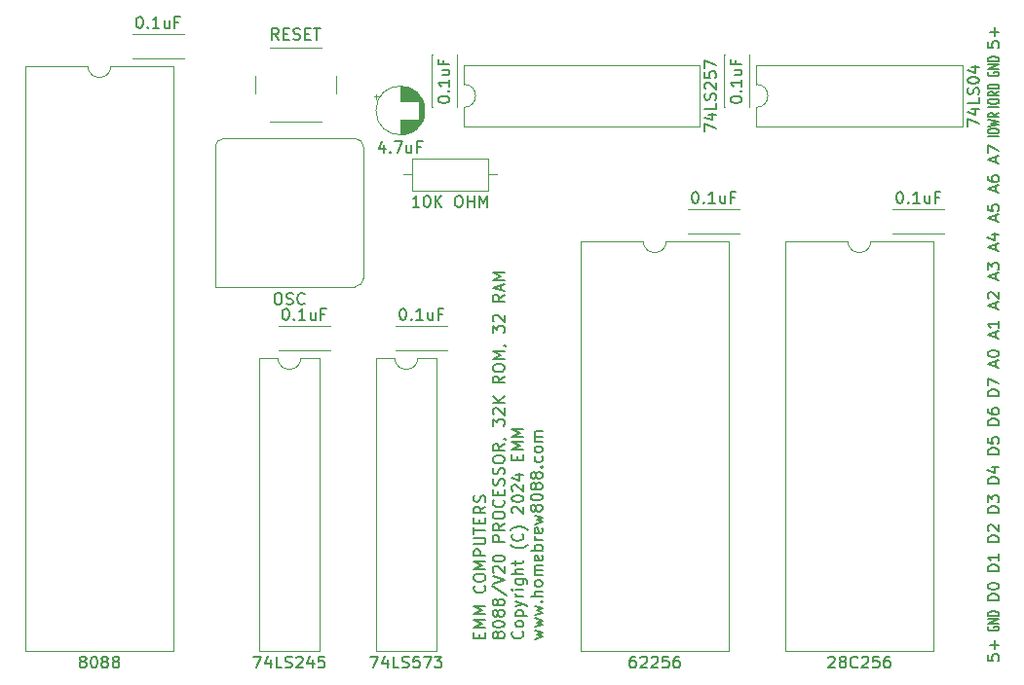
<source format=gbr>
G04 #@! TF.GenerationSoftware,KiCad,Pcbnew,(5.1.8)-1*
G04 #@! TF.CreationDate,2024-04-11T16:50:12-06:00*
G04 #@! TF.ProjectId,Simple_8088,53696d70-6c65-45f3-9830-38382e6b6963,rev?*
G04 #@! TF.SameCoordinates,Original*
G04 #@! TF.FileFunction,Legend,Top*
G04 #@! TF.FilePolarity,Positive*
%FSLAX46Y46*%
G04 Gerber Fmt 4.6, Leading zero omitted, Abs format (unit mm)*
G04 Created by KiCad (PCBNEW (5.1.8)-1) date 2024-04-11 16:50:12*
%MOMM*%
%LPD*%
G01*
G04 APERTURE LIST*
%ADD10C,0.150000*%
%ADD11C,0.127000*%
%ADD12C,0.120000*%
G04 APERTURE END LIST*
D10*
X144773571Y-137332404D02*
X144773571Y-136999071D01*
X145297380Y-136856214D02*
X145297380Y-137332404D01*
X144297380Y-137332404D01*
X144297380Y-136856214D01*
X145297380Y-136427642D02*
X144297380Y-136427642D01*
X145011666Y-136094309D01*
X144297380Y-135760976D01*
X145297380Y-135760976D01*
X145297380Y-135284785D02*
X144297380Y-135284785D01*
X145011666Y-134951452D01*
X144297380Y-134618119D01*
X145297380Y-134618119D01*
X145202142Y-132808595D02*
X145249761Y-132856214D01*
X145297380Y-132999071D01*
X145297380Y-133094309D01*
X145249761Y-133237166D01*
X145154523Y-133332404D01*
X145059285Y-133380023D01*
X144868809Y-133427642D01*
X144725952Y-133427642D01*
X144535476Y-133380023D01*
X144440238Y-133332404D01*
X144345000Y-133237166D01*
X144297380Y-133094309D01*
X144297380Y-132999071D01*
X144345000Y-132856214D01*
X144392619Y-132808595D01*
X144297380Y-132189547D02*
X144297380Y-131999071D01*
X144345000Y-131903833D01*
X144440238Y-131808595D01*
X144630714Y-131760976D01*
X144964047Y-131760976D01*
X145154523Y-131808595D01*
X145249761Y-131903833D01*
X145297380Y-131999071D01*
X145297380Y-132189547D01*
X145249761Y-132284785D01*
X145154523Y-132380023D01*
X144964047Y-132427642D01*
X144630714Y-132427642D01*
X144440238Y-132380023D01*
X144345000Y-132284785D01*
X144297380Y-132189547D01*
X145297380Y-131332404D02*
X144297380Y-131332404D01*
X145011666Y-130999071D01*
X144297380Y-130665738D01*
X145297380Y-130665738D01*
X145297380Y-130189547D02*
X144297380Y-130189547D01*
X144297380Y-129808595D01*
X144345000Y-129713357D01*
X144392619Y-129665738D01*
X144487857Y-129618119D01*
X144630714Y-129618119D01*
X144725952Y-129665738D01*
X144773571Y-129713357D01*
X144821190Y-129808595D01*
X144821190Y-130189547D01*
X144297380Y-129189547D02*
X145106904Y-129189547D01*
X145202142Y-129141928D01*
X145249761Y-129094309D01*
X145297380Y-128999071D01*
X145297380Y-128808595D01*
X145249761Y-128713357D01*
X145202142Y-128665738D01*
X145106904Y-128618119D01*
X144297380Y-128618119D01*
X144297380Y-128284785D02*
X144297380Y-127713357D01*
X145297380Y-127999071D02*
X144297380Y-127999071D01*
X144773571Y-127380023D02*
X144773571Y-127046690D01*
X145297380Y-126903833D02*
X145297380Y-127380023D01*
X144297380Y-127380023D01*
X144297380Y-126903833D01*
X145297380Y-125903833D02*
X144821190Y-126237166D01*
X145297380Y-126475261D02*
X144297380Y-126475261D01*
X144297380Y-126094309D01*
X144345000Y-125999071D01*
X144392619Y-125951452D01*
X144487857Y-125903833D01*
X144630714Y-125903833D01*
X144725952Y-125951452D01*
X144773571Y-125999071D01*
X144821190Y-126094309D01*
X144821190Y-126475261D01*
X145249761Y-125522880D02*
X145297380Y-125380023D01*
X145297380Y-125141928D01*
X145249761Y-125046690D01*
X145202142Y-124999071D01*
X145106904Y-124951452D01*
X145011666Y-124951452D01*
X144916428Y-124999071D01*
X144868809Y-125046690D01*
X144821190Y-125141928D01*
X144773571Y-125332404D01*
X144725952Y-125427642D01*
X144678333Y-125475261D01*
X144583095Y-125522880D01*
X144487857Y-125522880D01*
X144392619Y-125475261D01*
X144345000Y-125427642D01*
X144297380Y-125332404D01*
X144297380Y-125094309D01*
X144345000Y-124951452D01*
X146375952Y-137189547D02*
X146328333Y-137284785D01*
X146280714Y-137332404D01*
X146185476Y-137380023D01*
X146137857Y-137380023D01*
X146042619Y-137332404D01*
X145995000Y-137284785D01*
X145947380Y-137189547D01*
X145947380Y-136999071D01*
X145995000Y-136903833D01*
X146042619Y-136856214D01*
X146137857Y-136808595D01*
X146185476Y-136808595D01*
X146280714Y-136856214D01*
X146328333Y-136903833D01*
X146375952Y-136999071D01*
X146375952Y-137189547D01*
X146423571Y-137284785D01*
X146471190Y-137332404D01*
X146566428Y-137380023D01*
X146756904Y-137380023D01*
X146852142Y-137332404D01*
X146899761Y-137284785D01*
X146947380Y-137189547D01*
X146947380Y-136999071D01*
X146899761Y-136903833D01*
X146852142Y-136856214D01*
X146756904Y-136808595D01*
X146566428Y-136808595D01*
X146471190Y-136856214D01*
X146423571Y-136903833D01*
X146375952Y-136999071D01*
X145947380Y-136189547D02*
X145947380Y-136094309D01*
X145995000Y-135999071D01*
X146042619Y-135951452D01*
X146137857Y-135903833D01*
X146328333Y-135856214D01*
X146566428Y-135856214D01*
X146756904Y-135903833D01*
X146852142Y-135951452D01*
X146899761Y-135999071D01*
X146947380Y-136094309D01*
X146947380Y-136189547D01*
X146899761Y-136284785D01*
X146852142Y-136332404D01*
X146756904Y-136380023D01*
X146566428Y-136427642D01*
X146328333Y-136427642D01*
X146137857Y-136380023D01*
X146042619Y-136332404D01*
X145995000Y-136284785D01*
X145947380Y-136189547D01*
X146375952Y-135284785D02*
X146328333Y-135380023D01*
X146280714Y-135427642D01*
X146185476Y-135475261D01*
X146137857Y-135475261D01*
X146042619Y-135427642D01*
X145995000Y-135380023D01*
X145947380Y-135284785D01*
X145947380Y-135094309D01*
X145995000Y-134999071D01*
X146042619Y-134951452D01*
X146137857Y-134903833D01*
X146185476Y-134903833D01*
X146280714Y-134951452D01*
X146328333Y-134999071D01*
X146375952Y-135094309D01*
X146375952Y-135284785D01*
X146423571Y-135380023D01*
X146471190Y-135427642D01*
X146566428Y-135475261D01*
X146756904Y-135475261D01*
X146852142Y-135427642D01*
X146899761Y-135380023D01*
X146947380Y-135284785D01*
X146947380Y-135094309D01*
X146899761Y-134999071D01*
X146852142Y-134951452D01*
X146756904Y-134903833D01*
X146566428Y-134903833D01*
X146471190Y-134951452D01*
X146423571Y-134999071D01*
X146375952Y-135094309D01*
X146375952Y-134332404D02*
X146328333Y-134427642D01*
X146280714Y-134475261D01*
X146185476Y-134522880D01*
X146137857Y-134522880D01*
X146042619Y-134475261D01*
X145995000Y-134427642D01*
X145947380Y-134332404D01*
X145947380Y-134141928D01*
X145995000Y-134046690D01*
X146042619Y-133999071D01*
X146137857Y-133951452D01*
X146185476Y-133951452D01*
X146280714Y-133999071D01*
X146328333Y-134046690D01*
X146375952Y-134141928D01*
X146375952Y-134332404D01*
X146423571Y-134427642D01*
X146471190Y-134475261D01*
X146566428Y-134522880D01*
X146756904Y-134522880D01*
X146852142Y-134475261D01*
X146899761Y-134427642D01*
X146947380Y-134332404D01*
X146947380Y-134141928D01*
X146899761Y-134046690D01*
X146852142Y-133999071D01*
X146756904Y-133951452D01*
X146566428Y-133951452D01*
X146471190Y-133999071D01*
X146423571Y-134046690D01*
X146375952Y-134141928D01*
X145899761Y-132808595D02*
X147185476Y-133665738D01*
X145947380Y-132618119D02*
X146947380Y-132284785D01*
X145947380Y-131951452D01*
X146042619Y-131665738D02*
X145995000Y-131618119D01*
X145947380Y-131522880D01*
X145947380Y-131284785D01*
X145995000Y-131189547D01*
X146042619Y-131141928D01*
X146137857Y-131094309D01*
X146233095Y-131094309D01*
X146375952Y-131141928D01*
X146947380Y-131713357D01*
X146947380Y-131094309D01*
X145947380Y-130475261D02*
X145947380Y-130380023D01*
X145995000Y-130284785D01*
X146042619Y-130237166D01*
X146137857Y-130189547D01*
X146328333Y-130141928D01*
X146566428Y-130141928D01*
X146756904Y-130189547D01*
X146852142Y-130237166D01*
X146899761Y-130284785D01*
X146947380Y-130380023D01*
X146947380Y-130475261D01*
X146899761Y-130570500D01*
X146852142Y-130618119D01*
X146756904Y-130665738D01*
X146566428Y-130713357D01*
X146328333Y-130713357D01*
X146137857Y-130665738D01*
X146042619Y-130618119D01*
X145995000Y-130570500D01*
X145947380Y-130475261D01*
X146947380Y-128951452D02*
X145947380Y-128951452D01*
X145947380Y-128570500D01*
X145995000Y-128475261D01*
X146042619Y-128427642D01*
X146137857Y-128380023D01*
X146280714Y-128380023D01*
X146375952Y-128427642D01*
X146423571Y-128475261D01*
X146471190Y-128570500D01*
X146471190Y-128951452D01*
X146947380Y-127380023D02*
X146471190Y-127713357D01*
X146947380Y-127951452D02*
X145947380Y-127951452D01*
X145947380Y-127570500D01*
X145995000Y-127475261D01*
X146042619Y-127427642D01*
X146137857Y-127380023D01*
X146280714Y-127380023D01*
X146375952Y-127427642D01*
X146423571Y-127475261D01*
X146471190Y-127570500D01*
X146471190Y-127951452D01*
X145947380Y-126760976D02*
X145947380Y-126570500D01*
X145995000Y-126475261D01*
X146090238Y-126380023D01*
X146280714Y-126332404D01*
X146614047Y-126332404D01*
X146804523Y-126380023D01*
X146899761Y-126475261D01*
X146947380Y-126570500D01*
X146947380Y-126760976D01*
X146899761Y-126856214D01*
X146804523Y-126951452D01*
X146614047Y-126999071D01*
X146280714Y-126999071D01*
X146090238Y-126951452D01*
X145995000Y-126856214D01*
X145947380Y-126760976D01*
X146852142Y-125332404D02*
X146899761Y-125380023D01*
X146947380Y-125522880D01*
X146947380Y-125618119D01*
X146899761Y-125760976D01*
X146804523Y-125856214D01*
X146709285Y-125903833D01*
X146518809Y-125951452D01*
X146375952Y-125951452D01*
X146185476Y-125903833D01*
X146090238Y-125856214D01*
X145995000Y-125760976D01*
X145947380Y-125618119D01*
X145947380Y-125522880D01*
X145995000Y-125380023D01*
X146042619Y-125332404D01*
X146423571Y-124903833D02*
X146423571Y-124570500D01*
X146947380Y-124427642D02*
X146947380Y-124903833D01*
X145947380Y-124903833D01*
X145947380Y-124427642D01*
X146899761Y-124046690D02*
X146947380Y-123903833D01*
X146947380Y-123665738D01*
X146899761Y-123570500D01*
X146852142Y-123522880D01*
X146756904Y-123475261D01*
X146661666Y-123475261D01*
X146566428Y-123522880D01*
X146518809Y-123570500D01*
X146471190Y-123665738D01*
X146423571Y-123856214D01*
X146375952Y-123951452D01*
X146328333Y-123999071D01*
X146233095Y-124046690D01*
X146137857Y-124046690D01*
X146042619Y-123999071D01*
X145995000Y-123951452D01*
X145947380Y-123856214D01*
X145947380Y-123618119D01*
X145995000Y-123475261D01*
X146899761Y-123094309D02*
X146947380Y-122951452D01*
X146947380Y-122713357D01*
X146899761Y-122618119D01*
X146852142Y-122570500D01*
X146756904Y-122522880D01*
X146661666Y-122522880D01*
X146566428Y-122570500D01*
X146518809Y-122618119D01*
X146471190Y-122713357D01*
X146423571Y-122903833D01*
X146375952Y-122999071D01*
X146328333Y-123046690D01*
X146233095Y-123094309D01*
X146137857Y-123094309D01*
X146042619Y-123046690D01*
X145995000Y-122999071D01*
X145947380Y-122903833D01*
X145947380Y-122665738D01*
X145995000Y-122522880D01*
X145947380Y-121903833D02*
X145947380Y-121713357D01*
X145995000Y-121618119D01*
X146090238Y-121522880D01*
X146280714Y-121475261D01*
X146614047Y-121475261D01*
X146804523Y-121522880D01*
X146899761Y-121618119D01*
X146947380Y-121713357D01*
X146947380Y-121903833D01*
X146899761Y-121999071D01*
X146804523Y-122094309D01*
X146614047Y-122141928D01*
X146280714Y-122141928D01*
X146090238Y-122094309D01*
X145995000Y-121999071D01*
X145947380Y-121903833D01*
X146947380Y-120475261D02*
X146471190Y-120808595D01*
X146947380Y-121046690D02*
X145947380Y-121046690D01*
X145947380Y-120665738D01*
X145995000Y-120570500D01*
X146042619Y-120522880D01*
X146137857Y-120475261D01*
X146280714Y-120475261D01*
X146375952Y-120522880D01*
X146423571Y-120570500D01*
X146471190Y-120665738D01*
X146471190Y-121046690D01*
X146899761Y-119999071D02*
X146947380Y-119999071D01*
X147042619Y-120046690D01*
X147090238Y-120094309D01*
X145947380Y-118903833D02*
X145947380Y-118284785D01*
X146328333Y-118618119D01*
X146328333Y-118475261D01*
X146375952Y-118380023D01*
X146423571Y-118332404D01*
X146518809Y-118284785D01*
X146756904Y-118284785D01*
X146852142Y-118332404D01*
X146899761Y-118380023D01*
X146947380Y-118475261D01*
X146947380Y-118760976D01*
X146899761Y-118856214D01*
X146852142Y-118903833D01*
X146042619Y-117903833D02*
X145995000Y-117856214D01*
X145947380Y-117760976D01*
X145947380Y-117522880D01*
X145995000Y-117427642D01*
X146042619Y-117380023D01*
X146137857Y-117332404D01*
X146233095Y-117332404D01*
X146375952Y-117380023D01*
X146947380Y-117951452D01*
X146947380Y-117332404D01*
X146947380Y-116903833D02*
X145947380Y-116903833D01*
X146947380Y-116332404D02*
X146375952Y-116760976D01*
X145947380Y-116332404D02*
X146518809Y-116903833D01*
X146947380Y-114570500D02*
X146471190Y-114903833D01*
X146947380Y-115141928D02*
X145947380Y-115141928D01*
X145947380Y-114760976D01*
X145995000Y-114665738D01*
X146042619Y-114618119D01*
X146137857Y-114570500D01*
X146280714Y-114570500D01*
X146375952Y-114618119D01*
X146423571Y-114665738D01*
X146471190Y-114760976D01*
X146471190Y-115141928D01*
X145947380Y-113951452D02*
X145947380Y-113760976D01*
X145995000Y-113665738D01*
X146090238Y-113570500D01*
X146280714Y-113522880D01*
X146614047Y-113522880D01*
X146804523Y-113570500D01*
X146899761Y-113665738D01*
X146947380Y-113760976D01*
X146947380Y-113951452D01*
X146899761Y-114046690D01*
X146804523Y-114141928D01*
X146614047Y-114189547D01*
X146280714Y-114189547D01*
X146090238Y-114141928D01*
X145995000Y-114046690D01*
X145947380Y-113951452D01*
X146947380Y-113094309D02*
X145947380Y-113094309D01*
X146661666Y-112760976D01*
X145947380Y-112427642D01*
X146947380Y-112427642D01*
X146899761Y-111903833D02*
X146947380Y-111903833D01*
X147042619Y-111951452D01*
X147090238Y-111999071D01*
X145947380Y-110808595D02*
X145947380Y-110189547D01*
X146328333Y-110522880D01*
X146328333Y-110380023D01*
X146375952Y-110284785D01*
X146423571Y-110237166D01*
X146518809Y-110189547D01*
X146756904Y-110189547D01*
X146852142Y-110237166D01*
X146899761Y-110284785D01*
X146947380Y-110380023D01*
X146947380Y-110665738D01*
X146899761Y-110760976D01*
X146852142Y-110808595D01*
X146042619Y-109808595D02*
X145995000Y-109760976D01*
X145947380Y-109665738D01*
X145947380Y-109427642D01*
X145995000Y-109332404D01*
X146042619Y-109284785D01*
X146137857Y-109237166D01*
X146233095Y-109237166D01*
X146375952Y-109284785D01*
X146947380Y-109856214D01*
X146947380Y-109237166D01*
X146947380Y-107475261D02*
X146471190Y-107808595D01*
X146947380Y-108046690D02*
X145947380Y-108046690D01*
X145947380Y-107665738D01*
X145995000Y-107570500D01*
X146042619Y-107522880D01*
X146137857Y-107475261D01*
X146280714Y-107475261D01*
X146375952Y-107522880D01*
X146423571Y-107570500D01*
X146471190Y-107665738D01*
X146471190Y-108046690D01*
X146661666Y-107094309D02*
X146661666Y-106618119D01*
X146947380Y-107189547D02*
X145947380Y-106856214D01*
X146947380Y-106522880D01*
X146947380Y-106189547D02*
X145947380Y-106189547D01*
X146661666Y-105856214D01*
X145947380Y-105522880D01*
X146947380Y-105522880D01*
X148502142Y-136760976D02*
X148549761Y-136808595D01*
X148597380Y-136951452D01*
X148597380Y-137046690D01*
X148549761Y-137189547D01*
X148454523Y-137284785D01*
X148359285Y-137332404D01*
X148168809Y-137380023D01*
X148025952Y-137380023D01*
X147835476Y-137332404D01*
X147740238Y-137284785D01*
X147645000Y-137189547D01*
X147597380Y-137046690D01*
X147597380Y-136951452D01*
X147645000Y-136808595D01*
X147692619Y-136760976D01*
X148597380Y-136189547D02*
X148549761Y-136284785D01*
X148502142Y-136332404D01*
X148406904Y-136380023D01*
X148121190Y-136380023D01*
X148025952Y-136332404D01*
X147978333Y-136284785D01*
X147930714Y-136189547D01*
X147930714Y-136046690D01*
X147978333Y-135951452D01*
X148025952Y-135903833D01*
X148121190Y-135856214D01*
X148406904Y-135856214D01*
X148502142Y-135903833D01*
X148549761Y-135951452D01*
X148597380Y-136046690D01*
X148597380Y-136189547D01*
X147930714Y-135427642D02*
X148930714Y-135427642D01*
X147978333Y-135427642D02*
X147930714Y-135332404D01*
X147930714Y-135141928D01*
X147978333Y-135046690D01*
X148025952Y-134999071D01*
X148121190Y-134951452D01*
X148406904Y-134951452D01*
X148502142Y-134999071D01*
X148549761Y-135046690D01*
X148597380Y-135141928D01*
X148597380Y-135332404D01*
X148549761Y-135427642D01*
X147930714Y-134618119D02*
X148597380Y-134380023D01*
X147930714Y-134141928D02*
X148597380Y-134380023D01*
X148835476Y-134475261D01*
X148883095Y-134522880D01*
X148930714Y-134618119D01*
X148597380Y-133760976D02*
X147930714Y-133760976D01*
X148121190Y-133760976D02*
X148025952Y-133713357D01*
X147978333Y-133665738D01*
X147930714Y-133570500D01*
X147930714Y-133475261D01*
X148597380Y-133141928D02*
X147930714Y-133141928D01*
X147597380Y-133141928D02*
X147645000Y-133189547D01*
X147692619Y-133141928D01*
X147645000Y-133094309D01*
X147597380Y-133141928D01*
X147692619Y-133141928D01*
X147930714Y-132237166D02*
X148740238Y-132237166D01*
X148835476Y-132284785D01*
X148883095Y-132332404D01*
X148930714Y-132427642D01*
X148930714Y-132570500D01*
X148883095Y-132665738D01*
X148549761Y-132237166D02*
X148597380Y-132332404D01*
X148597380Y-132522880D01*
X148549761Y-132618119D01*
X148502142Y-132665738D01*
X148406904Y-132713357D01*
X148121190Y-132713357D01*
X148025952Y-132665738D01*
X147978333Y-132618119D01*
X147930714Y-132522880D01*
X147930714Y-132332404D01*
X147978333Y-132237166D01*
X148597380Y-131760976D02*
X147597380Y-131760976D01*
X148597380Y-131332404D02*
X148073571Y-131332404D01*
X147978333Y-131380023D01*
X147930714Y-131475261D01*
X147930714Y-131618119D01*
X147978333Y-131713357D01*
X148025952Y-131760976D01*
X147930714Y-130999071D02*
X147930714Y-130618119D01*
X147597380Y-130856214D02*
X148454523Y-130856214D01*
X148549761Y-130808595D01*
X148597380Y-130713357D01*
X148597380Y-130618119D01*
X148978333Y-129237166D02*
X148930714Y-129284785D01*
X148787857Y-129380023D01*
X148692619Y-129427642D01*
X148549761Y-129475261D01*
X148311666Y-129522880D01*
X148121190Y-129522880D01*
X147883095Y-129475261D01*
X147740238Y-129427642D01*
X147645000Y-129380023D01*
X147502142Y-129284785D01*
X147454523Y-129237166D01*
X148502142Y-128284785D02*
X148549761Y-128332404D01*
X148597380Y-128475261D01*
X148597380Y-128570500D01*
X148549761Y-128713357D01*
X148454523Y-128808595D01*
X148359285Y-128856214D01*
X148168809Y-128903833D01*
X148025952Y-128903833D01*
X147835476Y-128856214D01*
X147740238Y-128808595D01*
X147645000Y-128713357D01*
X147597380Y-128570500D01*
X147597380Y-128475261D01*
X147645000Y-128332404D01*
X147692619Y-128284785D01*
X148978333Y-127951452D02*
X148930714Y-127903833D01*
X148787857Y-127808595D01*
X148692619Y-127760976D01*
X148549761Y-127713357D01*
X148311666Y-127665738D01*
X148121190Y-127665738D01*
X147883095Y-127713357D01*
X147740238Y-127760976D01*
X147645000Y-127808595D01*
X147502142Y-127903833D01*
X147454523Y-127951452D01*
X147692619Y-126475261D02*
X147645000Y-126427642D01*
X147597380Y-126332404D01*
X147597380Y-126094309D01*
X147645000Y-125999071D01*
X147692619Y-125951452D01*
X147787857Y-125903833D01*
X147883095Y-125903833D01*
X148025952Y-125951452D01*
X148597380Y-126522880D01*
X148597380Y-125903833D01*
X147597380Y-125284785D02*
X147597380Y-125189547D01*
X147645000Y-125094309D01*
X147692619Y-125046690D01*
X147787857Y-124999071D01*
X147978333Y-124951452D01*
X148216428Y-124951452D01*
X148406904Y-124999071D01*
X148502142Y-125046690D01*
X148549761Y-125094309D01*
X148597380Y-125189547D01*
X148597380Y-125284785D01*
X148549761Y-125380023D01*
X148502142Y-125427642D01*
X148406904Y-125475261D01*
X148216428Y-125522880D01*
X147978333Y-125522880D01*
X147787857Y-125475261D01*
X147692619Y-125427642D01*
X147645000Y-125380023D01*
X147597380Y-125284785D01*
X147692619Y-124570500D02*
X147645000Y-124522880D01*
X147597380Y-124427642D01*
X147597380Y-124189547D01*
X147645000Y-124094309D01*
X147692619Y-124046690D01*
X147787857Y-123999071D01*
X147883095Y-123999071D01*
X148025952Y-124046690D01*
X148597380Y-124618119D01*
X148597380Y-123999071D01*
X147930714Y-123141928D02*
X148597380Y-123141928D01*
X147549761Y-123380023D02*
X148264047Y-123618119D01*
X148264047Y-122999071D01*
X148073571Y-121856214D02*
X148073571Y-121522880D01*
X148597380Y-121380023D02*
X148597380Y-121856214D01*
X147597380Y-121856214D01*
X147597380Y-121380023D01*
X148597380Y-120951452D02*
X147597380Y-120951452D01*
X148311666Y-120618119D01*
X147597380Y-120284785D01*
X148597380Y-120284785D01*
X148597380Y-119808595D02*
X147597380Y-119808595D01*
X148311666Y-119475261D01*
X147597380Y-119141928D01*
X148597380Y-119141928D01*
X149580714Y-137427642D02*
X150247380Y-137237166D01*
X149771190Y-137046690D01*
X150247380Y-136856214D01*
X149580714Y-136665738D01*
X149580714Y-136380023D02*
X150247380Y-136189547D01*
X149771190Y-135999071D01*
X150247380Y-135808595D01*
X149580714Y-135618119D01*
X149580714Y-135332404D02*
X150247380Y-135141928D01*
X149771190Y-134951452D01*
X150247380Y-134760976D01*
X149580714Y-134570500D01*
X150152142Y-134189547D02*
X150199761Y-134141928D01*
X150247380Y-134189547D01*
X150199761Y-134237166D01*
X150152142Y-134189547D01*
X150247380Y-134189547D01*
X150247380Y-133713357D02*
X149247380Y-133713357D01*
X150247380Y-133284785D02*
X149723571Y-133284785D01*
X149628333Y-133332404D01*
X149580714Y-133427642D01*
X149580714Y-133570500D01*
X149628333Y-133665738D01*
X149675952Y-133713357D01*
X150247380Y-132665738D02*
X150199761Y-132760976D01*
X150152142Y-132808595D01*
X150056904Y-132856214D01*
X149771190Y-132856214D01*
X149675952Y-132808595D01*
X149628333Y-132760976D01*
X149580714Y-132665738D01*
X149580714Y-132522880D01*
X149628333Y-132427642D01*
X149675952Y-132380023D01*
X149771190Y-132332404D01*
X150056904Y-132332404D01*
X150152142Y-132380023D01*
X150199761Y-132427642D01*
X150247380Y-132522880D01*
X150247380Y-132665738D01*
X150247380Y-131903833D02*
X149580714Y-131903833D01*
X149675952Y-131903833D02*
X149628333Y-131856214D01*
X149580714Y-131760976D01*
X149580714Y-131618119D01*
X149628333Y-131522880D01*
X149723571Y-131475261D01*
X150247380Y-131475261D01*
X149723571Y-131475261D02*
X149628333Y-131427642D01*
X149580714Y-131332404D01*
X149580714Y-131189547D01*
X149628333Y-131094309D01*
X149723571Y-131046690D01*
X150247380Y-131046690D01*
X150199761Y-130189547D02*
X150247380Y-130284785D01*
X150247380Y-130475261D01*
X150199761Y-130570500D01*
X150104523Y-130618119D01*
X149723571Y-130618119D01*
X149628333Y-130570500D01*
X149580714Y-130475261D01*
X149580714Y-130284785D01*
X149628333Y-130189547D01*
X149723571Y-130141928D01*
X149818809Y-130141928D01*
X149914047Y-130618119D01*
X150247380Y-129713357D02*
X149247380Y-129713357D01*
X149628333Y-129713357D02*
X149580714Y-129618119D01*
X149580714Y-129427642D01*
X149628333Y-129332404D01*
X149675952Y-129284785D01*
X149771190Y-129237166D01*
X150056904Y-129237166D01*
X150152142Y-129284785D01*
X150199761Y-129332404D01*
X150247380Y-129427642D01*
X150247380Y-129618119D01*
X150199761Y-129713357D01*
X150247380Y-128808595D02*
X149580714Y-128808595D01*
X149771190Y-128808595D02*
X149675952Y-128760976D01*
X149628333Y-128713357D01*
X149580714Y-128618119D01*
X149580714Y-128522880D01*
X150199761Y-127808595D02*
X150247380Y-127903833D01*
X150247380Y-128094309D01*
X150199761Y-128189547D01*
X150104523Y-128237166D01*
X149723571Y-128237166D01*
X149628333Y-128189547D01*
X149580714Y-128094309D01*
X149580714Y-127903833D01*
X149628333Y-127808595D01*
X149723571Y-127760976D01*
X149818809Y-127760976D01*
X149914047Y-128237166D01*
X149580714Y-127427642D02*
X150247380Y-127237166D01*
X149771190Y-127046690D01*
X150247380Y-126856214D01*
X149580714Y-126665738D01*
X149675952Y-126141928D02*
X149628333Y-126237166D01*
X149580714Y-126284785D01*
X149485476Y-126332404D01*
X149437857Y-126332404D01*
X149342619Y-126284785D01*
X149295000Y-126237166D01*
X149247380Y-126141928D01*
X149247380Y-125951452D01*
X149295000Y-125856214D01*
X149342619Y-125808595D01*
X149437857Y-125760976D01*
X149485476Y-125760976D01*
X149580714Y-125808595D01*
X149628333Y-125856214D01*
X149675952Y-125951452D01*
X149675952Y-126141928D01*
X149723571Y-126237166D01*
X149771190Y-126284785D01*
X149866428Y-126332404D01*
X150056904Y-126332404D01*
X150152142Y-126284785D01*
X150199761Y-126237166D01*
X150247380Y-126141928D01*
X150247380Y-125951452D01*
X150199761Y-125856214D01*
X150152142Y-125808595D01*
X150056904Y-125760976D01*
X149866428Y-125760976D01*
X149771190Y-125808595D01*
X149723571Y-125856214D01*
X149675952Y-125951452D01*
X149247380Y-125141928D02*
X149247380Y-125046690D01*
X149295000Y-124951452D01*
X149342619Y-124903833D01*
X149437857Y-124856214D01*
X149628333Y-124808595D01*
X149866428Y-124808595D01*
X150056904Y-124856214D01*
X150152142Y-124903833D01*
X150199761Y-124951452D01*
X150247380Y-125046690D01*
X150247380Y-125141928D01*
X150199761Y-125237166D01*
X150152142Y-125284785D01*
X150056904Y-125332404D01*
X149866428Y-125380023D01*
X149628333Y-125380023D01*
X149437857Y-125332404D01*
X149342619Y-125284785D01*
X149295000Y-125237166D01*
X149247380Y-125141928D01*
X149675952Y-124237166D02*
X149628333Y-124332404D01*
X149580714Y-124380023D01*
X149485476Y-124427642D01*
X149437857Y-124427642D01*
X149342619Y-124380023D01*
X149295000Y-124332404D01*
X149247380Y-124237166D01*
X149247380Y-124046690D01*
X149295000Y-123951452D01*
X149342619Y-123903833D01*
X149437857Y-123856214D01*
X149485476Y-123856214D01*
X149580714Y-123903833D01*
X149628333Y-123951452D01*
X149675952Y-124046690D01*
X149675952Y-124237166D01*
X149723571Y-124332404D01*
X149771190Y-124380023D01*
X149866428Y-124427642D01*
X150056904Y-124427642D01*
X150152142Y-124380023D01*
X150199761Y-124332404D01*
X150247380Y-124237166D01*
X150247380Y-124046690D01*
X150199761Y-123951452D01*
X150152142Y-123903833D01*
X150056904Y-123856214D01*
X149866428Y-123856214D01*
X149771190Y-123903833D01*
X149723571Y-123951452D01*
X149675952Y-124046690D01*
X149675952Y-123284785D02*
X149628333Y-123380023D01*
X149580714Y-123427642D01*
X149485476Y-123475261D01*
X149437857Y-123475261D01*
X149342619Y-123427642D01*
X149295000Y-123380023D01*
X149247380Y-123284785D01*
X149247380Y-123094309D01*
X149295000Y-122999071D01*
X149342619Y-122951452D01*
X149437857Y-122903833D01*
X149485476Y-122903833D01*
X149580714Y-122951452D01*
X149628333Y-122999071D01*
X149675952Y-123094309D01*
X149675952Y-123284785D01*
X149723571Y-123380023D01*
X149771190Y-123427642D01*
X149866428Y-123475261D01*
X150056904Y-123475261D01*
X150152142Y-123427642D01*
X150199761Y-123380023D01*
X150247380Y-123284785D01*
X150247380Y-123094309D01*
X150199761Y-122999071D01*
X150152142Y-122951452D01*
X150056904Y-122903833D01*
X149866428Y-122903833D01*
X149771190Y-122951452D01*
X149723571Y-122999071D01*
X149675952Y-123094309D01*
X150152142Y-122475261D02*
X150199761Y-122427642D01*
X150247380Y-122475261D01*
X150199761Y-122522880D01*
X150152142Y-122475261D01*
X150247380Y-122475261D01*
X150199761Y-121570500D02*
X150247380Y-121665738D01*
X150247380Y-121856214D01*
X150199761Y-121951452D01*
X150152142Y-121999071D01*
X150056904Y-122046690D01*
X149771190Y-122046690D01*
X149675952Y-121999071D01*
X149628333Y-121951452D01*
X149580714Y-121856214D01*
X149580714Y-121665738D01*
X149628333Y-121570500D01*
X150247380Y-120999071D02*
X150199761Y-121094309D01*
X150152142Y-121141928D01*
X150056904Y-121189547D01*
X149771190Y-121189547D01*
X149675952Y-121141928D01*
X149628333Y-121094309D01*
X149580714Y-120999071D01*
X149580714Y-120856214D01*
X149628333Y-120760976D01*
X149675952Y-120713357D01*
X149771190Y-120665738D01*
X150056904Y-120665738D01*
X150152142Y-120713357D01*
X150199761Y-120760976D01*
X150247380Y-120856214D01*
X150247380Y-120999071D01*
X150247380Y-120237166D02*
X149580714Y-120237166D01*
X149675952Y-120237166D02*
X149628333Y-120189547D01*
X149580714Y-120094309D01*
X149580714Y-119951452D01*
X149628333Y-119856214D01*
X149723571Y-119808595D01*
X150247380Y-119808595D01*
X149723571Y-119808595D02*
X149628333Y-119760976D01*
X149580714Y-119665738D01*
X149580714Y-119522880D01*
X149628333Y-119427642D01*
X149723571Y-119380023D01*
X150247380Y-119380023D01*
X188984000Y-136373809D02*
X188936380Y-136434285D01*
X188936380Y-136525000D01*
X188984000Y-136615714D01*
X189079238Y-136676190D01*
X189174476Y-136706428D01*
X189364952Y-136736666D01*
X189507809Y-136736666D01*
X189698285Y-136706428D01*
X189793523Y-136676190D01*
X189888761Y-136615714D01*
X189936380Y-136525000D01*
X189936380Y-136464523D01*
X189888761Y-136373809D01*
X189841142Y-136343571D01*
X189507809Y-136343571D01*
X189507809Y-136464523D01*
X189936380Y-136071428D02*
X188936380Y-136071428D01*
X189936380Y-135708571D01*
X188936380Y-135708571D01*
X189936380Y-135406190D02*
X188936380Y-135406190D01*
X188936380Y-135255000D01*
X188984000Y-135164285D01*
X189079238Y-135103809D01*
X189174476Y-135073571D01*
X189364952Y-135043333D01*
X189507809Y-135043333D01*
X189698285Y-135073571D01*
X189793523Y-135103809D01*
X189888761Y-135164285D01*
X189936380Y-135255000D01*
X189936380Y-135406190D01*
X188936380Y-138810952D02*
X188936380Y-139287142D01*
X189412571Y-139334761D01*
X189364952Y-139287142D01*
X189317333Y-139191904D01*
X189317333Y-138953809D01*
X189364952Y-138858571D01*
X189412571Y-138810952D01*
X189507809Y-138763333D01*
X189745904Y-138763333D01*
X189841142Y-138810952D01*
X189888761Y-138858571D01*
X189936380Y-138953809D01*
X189936380Y-139191904D01*
X189888761Y-139287142D01*
X189841142Y-139334761D01*
X189555428Y-138334761D02*
X189555428Y-137572857D01*
X189936380Y-137953809D02*
X189174476Y-137953809D01*
X189936380Y-134088095D02*
X188936380Y-134088095D01*
X188936380Y-133850000D01*
X188984000Y-133707142D01*
X189079238Y-133611904D01*
X189174476Y-133564285D01*
X189364952Y-133516666D01*
X189507809Y-133516666D01*
X189698285Y-133564285D01*
X189793523Y-133611904D01*
X189888761Y-133707142D01*
X189936380Y-133850000D01*
X189936380Y-134088095D01*
X188936380Y-132897619D02*
X188936380Y-132802380D01*
X188984000Y-132707142D01*
X189031619Y-132659523D01*
X189126857Y-132611904D01*
X189317333Y-132564285D01*
X189555428Y-132564285D01*
X189745904Y-132611904D01*
X189841142Y-132659523D01*
X189888761Y-132707142D01*
X189936380Y-132802380D01*
X189936380Y-132897619D01*
X189888761Y-132992857D01*
X189841142Y-133040476D01*
X189745904Y-133088095D01*
X189555428Y-133135714D01*
X189317333Y-133135714D01*
X189126857Y-133088095D01*
X189031619Y-133040476D01*
X188984000Y-132992857D01*
X188936380Y-132897619D01*
X189936380Y-131548095D02*
X188936380Y-131548095D01*
X188936380Y-131310000D01*
X188984000Y-131167142D01*
X189079238Y-131071904D01*
X189174476Y-131024285D01*
X189364952Y-130976666D01*
X189507809Y-130976666D01*
X189698285Y-131024285D01*
X189793523Y-131071904D01*
X189888761Y-131167142D01*
X189936380Y-131310000D01*
X189936380Y-131548095D01*
X189936380Y-130024285D02*
X189936380Y-130595714D01*
X189936380Y-130310000D02*
X188936380Y-130310000D01*
X189079238Y-130405238D01*
X189174476Y-130500476D01*
X189222095Y-130595714D01*
X189936380Y-129008095D02*
X188936380Y-129008095D01*
X188936380Y-128770000D01*
X188984000Y-128627142D01*
X189079238Y-128531904D01*
X189174476Y-128484285D01*
X189364952Y-128436666D01*
X189507809Y-128436666D01*
X189698285Y-128484285D01*
X189793523Y-128531904D01*
X189888761Y-128627142D01*
X189936380Y-128770000D01*
X189936380Y-129008095D01*
X189031619Y-128055714D02*
X188984000Y-128008095D01*
X188936380Y-127912857D01*
X188936380Y-127674761D01*
X188984000Y-127579523D01*
X189031619Y-127531904D01*
X189126857Y-127484285D01*
X189222095Y-127484285D01*
X189364952Y-127531904D01*
X189936380Y-128103333D01*
X189936380Y-127484285D01*
X189936380Y-126468095D02*
X188936380Y-126468095D01*
X188936380Y-126230000D01*
X188984000Y-126087142D01*
X189079238Y-125991904D01*
X189174476Y-125944285D01*
X189364952Y-125896666D01*
X189507809Y-125896666D01*
X189698285Y-125944285D01*
X189793523Y-125991904D01*
X189888761Y-126087142D01*
X189936380Y-126230000D01*
X189936380Y-126468095D01*
X188936380Y-125563333D02*
X188936380Y-124944285D01*
X189317333Y-125277619D01*
X189317333Y-125134761D01*
X189364952Y-125039523D01*
X189412571Y-124991904D01*
X189507809Y-124944285D01*
X189745904Y-124944285D01*
X189841142Y-124991904D01*
X189888761Y-125039523D01*
X189936380Y-125134761D01*
X189936380Y-125420476D01*
X189888761Y-125515714D01*
X189841142Y-125563333D01*
X189936380Y-123928095D02*
X188936380Y-123928095D01*
X188936380Y-123690000D01*
X188984000Y-123547142D01*
X189079238Y-123451904D01*
X189174476Y-123404285D01*
X189364952Y-123356666D01*
X189507809Y-123356666D01*
X189698285Y-123404285D01*
X189793523Y-123451904D01*
X189888761Y-123547142D01*
X189936380Y-123690000D01*
X189936380Y-123928095D01*
X189269714Y-122499523D02*
X189936380Y-122499523D01*
X188888761Y-122737619D02*
X189603047Y-122975714D01*
X189603047Y-122356666D01*
X189936380Y-121388095D02*
X188936380Y-121388095D01*
X188936380Y-121150000D01*
X188984000Y-121007142D01*
X189079238Y-120911904D01*
X189174476Y-120864285D01*
X189364952Y-120816666D01*
X189507809Y-120816666D01*
X189698285Y-120864285D01*
X189793523Y-120911904D01*
X189888761Y-121007142D01*
X189936380Y-121150000D01*
X189936380Y-121388095D01*
X188936380Y-119911904D02*
X188936380Y-120388095D01*
X189412571Y-120435714D01*
X189364952Y-120388095D01*
X189317333Y-120292857D01*
X189317333Y-120054761D01*
X189364952Y-119959523D01*
X189412571Y-119911904D01*
X189507809Y-119864285D01*
X189745904Y-119864285D01*
X189841142Y-119911904D01*
X189888761Y-119959523D01*
X189936380Y-120054761D01*
X189936380Y-120292857D01*
X189888761Y-120388095D01*
X189841142Y-120435714D01*
X189936380Y-118848095D02*
X188936380Y-118848095D01*
X188936380Y-118610000D01*
X188984000Y-118467142D01*
X189079238Y-118371904D01*
X189174476Y-118324285D01*
X189364952Y-118276666D01*
X189507809Y-118276666D01*
X189698285Y-118324285D01*
X189793523Y-118371904D01*
X189888761Y-118467142D01*
X189936380Y-118610000D01*
X189936380Y-118848095D01*
X188936380Y-117419523D02*
X188936380Y-117610000D01*
X188984000Y-117705238D01*
X189031619Y-117752857D01*
X189174476Y-117848095D01*
X189364952Y-117895714D01*
X189745904Y-117895714D01*
X189841142Y-117848095D01*
X189888761Y-117800476D01*
X189936380Y-117705238D01*
X189936380Y-117514761D01*
X189888761Y-117419523D01*
X189841142Y-117371904D01*
X189745904Y-117324285D01*
X189507809Y-117324285D01*
X189412571Y-117371904D01*
X189364952Y-117419523D01*
X189317333Y-117514761D01*
X189317333Y-117705238D01*
X189364952Y-117800476D01*
X189412571Y-117848095D01*
X189507809Y-117895714D01*
X189936380Y-116308095D02*
X188936380Y-116308095D01*
X188936380Y-116070000D01*
X188984000Y-115927142D01*
X189079238Y-115831904D01*
X189174476Y-115784285D01*
X189364952Y-115736666D01*
X189507809Y-115736666D01*
X189698285Y-115784285D01*
X189793523Y-115831904D01*
X189888761Y-115927142D01*
X189936380Y-116070000D01*
X189936380Y-116308095D01*
X188936380Y-115403333D02*
X188936380Y-114736666D01*
X189936380Y-115165238D01*
X189650666Y-113744285D02*
X189650666Y-113268095D01*
X189936380Y-113839523D02*
X188936380Y-113506190D01*
X189936380Y-113172857D01*
X188936380Y-112649047D02*
X188936380Y-112553809D01*
X188984000Y-112458571D01*
X189031619Y-112410952D01*
X189126857Y-112363333D01*
X189317333Y-112315714D01*
X189555428Y-112315714D01*
X189745904Y-112363333D01*
X189841142Y-112410952D01*
X189888761Y-112458571D01*
X189936380Y-112553809D01*
X189936380Y-112649047D01*
X189888761Y-112744285D01*
X189841142Y-112791904D01*
X189745904Y-112839523D01*
X189555428Y-112887142D01*
X189317333Y-112887142D01*
X189126857Y-112839523D01*
X189031619Y-112791904D01*
X188984000Y-112744285D01*
X188936380Y-112649047D01*
X189650666Y-111204285D02*
X189650666Y-110728095D01*
X189936380Y-111299523D02*
X188936380Y-110966190D01*
X189936380Y-110632857D01*
X189936380Y-109775714D02*
X189936380Y-110347142D01*
X189936380Y-110061428D02*
X188936380Y-110061428D01*
X189079238Y-110156666D01*
X189174476Y-110251904D01*
X189222095Y-110347142D01*
X189650666Y-108664285D02*
X189650666Y-108188095D01*
X189936380Y-108759523D02*
X188936380Y-108426190D01*
X189936380Y-108092857D01*
X189031619Y-107807142D02*
X188984000Y-107759523D01*
X188936380Y-107664285D01*
X188936380Y-107426190D01*
X188984000Y-107330952D01*
X189031619Y-107283333D01*
X189126857Y-107235714D01*
X189222095Y-107235714D01*
X189364952Y-107283333D01*
X189936380Y-107854761D01*
X189936380Y-107235714D01*
X189650666Y-106124285D02*
X189650666Y-105648095D01*
X189936380Y-106219523D02*
X188936380Y-105886190D01*
X189936380Y-105552857D01*
X188936380Y-105314761D02*
X188936380Y-104695714D01*
X189317333Y-105029047D01*
X189317333Y-104886190D01*
X189364952Y-104790952D01*
X189412571Y-104743333D01*
X189507809Y-104695714D01*
X189745904Y-104695714D01*
X189841142Y-104743333D01*
X189888761Y-104790952D01*
X189936380Y-104886190D01*
X189936380Y-105171904D01*
X189888761Y-105267142D01*
X189841142Y-105314761D01*
X189650666Y-103584285D02*
X189650666Y-103108095D01*
X189936380Y-103679523D02*
X188936380Y-103346190D01*
X189936380Y-103012857D01*
X189269714Y-102250952D02*
X189936380Y-102250952D01*
X188888761Y-102489047D02*
X189603047Y-102727142D01*
X189603047Y-102108095D01*
X189650666Y-101044285D02*
X189650666Y-100568095D01*
X189936380Y-101139523D02*
X188936380Y-100806190D01*
X189936380Y-100472857D01*
X188936380Y-99663333D02*
X188936380Y-100139523D01*
X189412571Y-100187142D01*
X189364952Y-100139523D01*
X189317333Y-100044285D01*
X189317333Y-99806190D01*
X189364952Y-99710952D01*
X189412571Y-99663333D01*
X189507809Y-99615714D01*
X189745904Y-99615714D01*
X189841142Y-99663333D01*
X189888761Y-99710952D01*
X189936380Y-99806190D01*
X189936380Y-100044285D01*
X189888761Y-100139523D01*
X189841142Y-100187142D01*
X189650666Y-98504285D02*
X189650666Y-98028095D01*
X189936380Y-98599523D02*
X188936380Y-98266190D01*
X189936380Y-97932857D01*
X188936380Y-97170952D02*
X188936380Y-97361428D01*
X188984000Y-97456666D01*
X189031619Y-97504285D01*
X189174476Y-97599523D01*
X189364952Y-97647142D01*
X189745904Y-97647142D01*
X189841142Y-97599523D01*
X189888761Y-97551904D01*
X189936380Y-97456666D01*
X189936380Y-97266190D01*
X189888761Y-97170952D01*
X189841142Y-97123333D01*
X189745904Y-97075714D01*
X189507809Y-97075714D01*
X189412571Y-97123333D01*
X189364952Y-97170952D01*
X189317333Y-97266190D01*
X189317333Y-97456666D01*
X189364952Y-97551904D01*
X189412571Y-97599523D01*
X189507809Y-97647142D01*
X189650666Y-95964285D02*
X189650666Y-95488095D01*
X189936380Y-96059523D02*
X188936380Y-95726190D01*
X189936380Y-95392857D01*
X188936380Y-95154761D02*
X188936380Y-94488095D01*
X189936380Y-94916666D01*
D11*
X189936380Y-93722976D02*
X188936380Y-93722976D01*
X188936380Y-93299642D02*
X188936380Y-93178690D01*
X188984000Y-93118214D01*
X189079238Y-93057738D01*
X189269714Y-93027500D01*
X189603047Y-93027500D01*
X189793523Y-93057738D01*
X189888761Y-93118214D01*
X189936380Y-93178690D01*
X189936380Y-93299642D01*
X189888761Y-93360119D01*
X189793523Y-93420595D01*
X189603047Y-93450833D01*
X189269714Y-93450833D01*
X189079238Y-93420595D01*
X188984000Y-93360119D01*
X188936380Y-93299642D01*
X188936380Y-92815833D02*
X189936380Y-92664642D01*
X189222095Y-92543690D01*
X189936380Y-92422738D01*
X188936380Y-92271547D01*
X189936380Y-91666785D02*
X189460190Y-91878452D01*
X189936380Y-92029642D02*
X188936380Y-92029642D01*
X188936380Y-91787738D01*
X188984000Y-91727261D01*
X189031619Y-91697023D01*
X189126857Y-91666785D01*
X189269714Y-91666785D01*
X189364952Y-91697023D01*
X189412571Y-91727261D01*
X189460190Y-91787738D01*
X189460190Y-92029642D01*
X189936380Y-91137619D02*
X188936380Y-91137619D01*
X188936380Y-90714285D02*
X188936380Y-90593333D01*
X188984000Y-90532857D01*
X189079238Y-90472380D01*
X189269714Y-90442142D01*
X189603047Y-90442142D01*
X189793523Y-90472380D01*
X189888761Y-90532857D01*
X189936380Y-90593333D01*
X189936380Y-90714285D01*
X189888761Y-90774761D01*
X189793523Y-90835238D01*
X189603047Y-90865476D01*
X189269714Y-90865476D01*
X189079238Y-90835238D01*
X188984000Y-90774761D01*
X188936380Y-90714285D01*
X189936380Y-89807142D02*
X189460190Y-90018809D01*
X189936380Y-90170000D02*
X188936380Y-90170000D01*
X188936380Y-89928095D01*
X188984000Y-89867619D01*
X189031619Y-89837380D01*
X189126857Y-89807142D01*
X189269714Y-89807142D01*
X189364952Y-89837380D01*
X189412571Y-89867619D01*
X189460190Y-89928095D01*
X189460190Y-90170000D01*
X189936380Y-89535000D02*
X188936380Y-89535000D01*
X188936380Y-89383809D01*
X188984000Y-89293095D01*
X189079238Y-89232619D01*
X189174476Y-89202380D01*
X189364952Y-89172142D01*
X189507809Y-89172142D01*
X189698285Y-89202380D01*
X189793523Y-89232619D01*
X189888761Y-89293095D01*
X189936380Y-89383809D01*
X189936380Y-89535000D01*
D10*
X188984000Y-88113809D02*
X188936380Y-88174285D01*
X188936380Y-88265000D01*
X188984000Y-88355714D01*
X189079238Y-88416190D01*
X189174476Y-88446428D01*
X189364952Y-88476666D01*
X189507809Y-88476666D01*
X189698285Y-88446428D01*
X189793523Y-88416190D01*
X189888761Y-88355714D01*
X189936380Y-88265000D01*
X189936380Y-88204523D01*
X189888761Y-88113809D01*
X189841142Y-88083571D01*
X189507809Y-88083571D01*
X189507809Y-88204523D01*
X189936380Y-87811428D02*
X188936380Y-87811428D01*
X189936380Y-87448571D01*
X188936380Y-87448571D01*
X189936380Y-87146190D02*
X188936380Y-87146190D01*
X188936380Y-86995000D01*
X188984000Y-86904285D01*
X189079238Y-86843809D01*
X189174476Y-86813571D01*
X189364952Y-86783333D01*
X189507809Y-86783333D01*
X189698285Y-86813571D01*
X189793523Y-86843809D01*
X189888761Y-86904285D01*
X189936380Y-86995000D01*
X189936380Y-87146190D01*
X188936380Y-85470952D02*
X188936380Y-85947142D01*
X189412571Y-85994761D01*
X189364952Y-85947142D01*
X189317333Y-85851904D01*
X189317333Y-85613809D01*
X189364952Y-85518571D01*
X189412571Y-85470952D01*
X189507809Y-85423333D01*
X189745904Y-85423333D01*
X189841142Y-85470952D01*
X189888761Y-85518571D01*
X189936380Y-85613809D01*
X189936380Y-85851904D01*
X189888761Y-85947142D01*
X189841142Y-85994761D01*
X189555428Y-84994761D02*
X189555428Y-84232857D01*
X189936380Y-84613809D02*
X189174476Y-84613809D01*
D12*
G04 #@! TO.C,R1*
X138970000Y-95658000D02*
X138970000Y-98398000D01*
X138970000Y-98398000D02*
X145510000Y-98398000D01*
X145510000Y-98398000D02*
X145510000Y-95658000D01*
X145510000Y-95658000D02*
X138970000Y-95658000D01*
X138200000Y-97028000D02*
X138970000Y-97028000D01*
X146280000Y-97028000D02*
X145510000Y-97028000D01*
G04 #@! TO.C,SW1*
X126580000Y-92440000D02*
X131080000Y-92440000D01*
X125330000Y-88440000D02*
X125330000Y-89940000D01*
X131080000Y-85940000D02*
X126580000Y-85940000D01*
X132330000Y-89940000D02*
X132330000Y-88440000D01*
G04 #@! TO.C,C8*
X140030000Y-91440000D02*
G75*
G03*
X140030000Y-91440000I-2120000J0D01*
G01*
X137910000Y-92280000D02*
X137910000Y-93520000D01*
X137910000Y-89360000D02*
X137910000Y-90600000D01*
X137950000Y-92280000D02*
X137950000Y-93520000D01*
X137950000Y-89360000D02*
X137950000Y-90600000D01*
X137990000Y-92280000D02*
X137990000Y-93519000D01*
X137990000Y-89361000D02*
X137990000Y-90600000D01*
X138030000Y-89363000D02*
X138030000Y-90600000D01*
X138030000Y-92280000D02*
X138030000Y-93517000D01*
X138070000Y-89366000D02*
X138070000Y-90600000D01*
X138070000Y-92280000D02*
X138070000Y-93514000D01*
X138110000Y-89369000D02*
X138110000Y-90600000D01*
X138110000Y-92280000D02*
X138110000Y-93511000D01*
X138150000Y-89373000D02*
X138150000Y-90600000D01*
X138150000Y-92280000D02*
X138150000Y-93507000D01*
X138190000Y-89378000D02*
X138190000Y-90600000D01*
X138190000Y-92280000D02*
X138190000Y-93502000D01*
X138230000Y-89384000D02*
X138230000Y-90600000D01*
X138230000Y-92280000D02*
X138230000Y-93496000D01*
X138270000Y-89390000D02*
X138270000Y-90600000D01*
X138270000Y-92280000D02*
X138270000Y-93490000D01*
X138310000Y-89398000D02*
X138310000Y-90600000D01*
X138310000Y-92280000D02*
X138310000Y-93482000D01*
X138350000Y-89406000D02*
X138350000Y-90600000D01*
X138350000Y-92280000D02*
X138350000Y-93474000D01*
X138390000Y-89415000D02*
X138390000Y-90600000D01*
X138390000Y-92280000D02*
X138390000Y-93465000D01*
X138430000Y-89424000D02*
X138430000Y-90600000D01*
X138430000Y-92280000D02*
X138430000Y-93456000D01*
X138470000Y-89435000D02*
X138470000Y-90600000D01*
X138470000Y-92280000D02*
X138470000Y-93445000D01*
X138510000Y-89446000D02*
X138510000Y-90600000D01*
X138510000Y-92280000D02*
X138510000Y-93434000D01*
X138550000Y-89458000D02*
X138550000Y-90600000D01*
X138550000Y-92280000D02*
X138550000Y-93422000D01*
X138590000Y-89472000D02*
X138590000Y-90600000D01*
X138590000Y-92280000D02*
X138590000Y-93408000D01*
X138631000Y-89486000D02*
X138631000Y-90600000D01*
X138631000Y-92280000D02*
X138631000Y-93394000D01*
X138671000Y-89500000D02*
X138671000Y-90600000D01*
X138671000Y-92280000D02*
X138671000Y-93380000D01*
X138711000Y-89516000D02*
X138711000Y-90600000D01*
X138711000Y-92280000D02*
X138711000Y-93364000D01*
X138751000Y-89533000D02*
X138751000Y-90600000D01*
X138751000Y-92280000D02*
X138751000Y-93347000D01*
X138791000Y-89551000D02*
X138791000Y-90600000D01*
X138791000Y-92280000D02*
X138791000Y-93329000D01*
X138831000Y-89570000D02*
X138831000Y-90600000D01*
X138831000Y-92280000D02*
X138831000Y-93310000D01*
X138871000Y-89589000D02*
X138871000Y-90600000D01*
X138871000Y-92280000D02*
X138871000Y-93291000D01*
X138911000Y-89610000D02*
X138911000Y-90600000D01*
X138911000Y-92280000D02*
X138911000Y-93270000D01*
X138951000Y-89632000D02*
X138951000Y-90600000D01*
X138951000Y-92280000D02*
X138951000Y-93248000D01*
X138991000Y-89655000D02*
X138991000Y-90600000D01*
X138991000Y-92280000D02*
X138991000Y-93225000D01*
X139031000Y-89680000D02*
X139031000Y-90600000D01*
X139031000Y-92280000D02*
X139031000Y-93200000D01*
X139071000Y-89705000D02*
X139071000Y-90600000D01*
X139071000Y-92280000D02*
X139071000Y-93175000D01*
X139111000Y-89732000D02*
X139111000Y-90600000D01*
X139111000Y-92280000D02*
X139111000Y-93148000D01*
X139151000Y-89760000D02*
X139151000Y-90600000D01*
X139151000Y-92280000D02*
X139151000Y-93120000D01*
X139191000Y-89790000D02*
X139191000Y-90600000D01*
X139191000Y-92280000D02*
X139191000Y-93090000D01*
X139231000Y-89821000D02*
X139231000Y-90600000D01*
X139231000Y-92280000D02*
X139231000Y-93059000D01*
X139271000Y-89853000D02*
X139271000Y-90600000D01*
X139271000Y-92280000D02*
X139271000Y-93027000D01*
X139311000Y-89888000D02*
X139311000Y-90600000D01*
X139311000Y-92280000D02*
X139311000Y-92992000D01*
X139351000Y-89924000D02*
X139351000Y-90600000D01*
X139351000Y-92280000D02*
X139351000Y-92956000D01*
X139391000Y-89962000D02*
X139391000Y-90600000D01*
X139391000Y-92280000D02*
X139391000Y-92918000D01*
X139431000Y-90002000D02*
X139431000Y-90600000D01*
X139431000Y-92280000D02*
X139431000Y-92878000D01*
X139471000Y-90044000D02*
X139471000Y-90600000D01*
X139471000Y-92280000D02*
X139471000Y-92836000D01*
X139511000Y-90089000D02*
X139511000Y-92791000D01*
X139551000Y-90136000D02*
X139551000Y-92744000D01*
X139591000Y-90186000D02*
X139591000Y-92694000D01*
X139631000Y-90240000D02*
X139631000Y-92640000D01*
X139671000Y-90298000D02*
X139671000Y-92582000D01*
X139711000Y-90360000D02*
X139711000Y-92520000D01*
X139751000Y-90427000D02*
X139751000Y-92453000D01*
X139791000Y-90500000D02*
X139791000Y-92380000D01*
X139831000Y-90581000D02*
X139831000Y-92299000D01*
X139871000Y-90672000D02*
X139871000Y-92208000D01*
X139911000Y-90776000D02*
X139911000Y-92104000D01*
X139951000Y-90903000D02*
X139951000Y-91977000D01*
X139991000Y-91070000D02*
X139991000Y-91810000D01*
X135640199Y-90245000D02*
X136040199Y-90245000D01*
X135840199Y-90045000D02*
X135840199Y-90445000D01*
G04 #@! TO.C,C2*
X142787000Y-86590000D02*
X142802000Y-86590000D01*
X140662000Y-86590000D02*
X140677000Y-86590000D01*
X142787000Y-91130000D02*
X142802000Y-91130000D01*
X140662000Y-91130000D02*
X140677000Y-91130000D01*
X142802000Y-91130000D02*
X142802000Y-86590000D01*
X140662000Y-91130000D02*
X140662000Y-86590000D01*
G04 #@! TO.C,X1*
X121820000Y-106780000D02*
X133970000Y-106780000D01*
X134720000Y-106030000D02*
X134720000Y-94630000D01*
X133970000Y-93880000D02*
X122570000Y-93880000D01*
X121820000Y-94630000D02*
X121820000Y-106780000D01*
X122570000Y-93880000D02*
G75*
G03*
X121820000Y-94630000I0J-750000D01*
G01*
X134720000Y-94630000D02*
G75*
G03*
X133970000Y-93880000I-750000J0D01*
G01*
X133970000Y-106780000D02*
G75*
G03*
X134720000Y-106030000I0J750000D01*
G01*
G04 #@! TO.C,U5*
X168850000Y-87520000D02*
X168850000Y-89170000D01*
X186750000Y-87520000D02*
X168850000Y-87520000D01*
X186750000Y-92820000D02*
X186750000Y-87520000D01*
X168850000Y-92820000D02*
X186750000Y-92820000D01*
X168850000Y-91170000D02*
X168850000Y-92820000D01*
X168850000Y-89170000D02*
G75*
G02*
X168850000Y-91170000I0J-1000000D01*
G01*
G04 #@! TO.C,U7*
X184260000Y-102810000D02*
X178800000Y-102810000D01*
X184260000Y-138490000D02*
X184260000Y-102810000D01*
X171340000Y-138490000D02*
X184260000Y-138490000D01*
X171340000Y-102810000D02*
X171340000Y-138490000D01*
X176800000Y-102810000D02*
X171340000Y-102810000D01*
X178800000Y-102810000D02*
G75*
G02*
X176800000Y-102810000I-1000000J0D01*
G01*
G04 #@! TO.C,U6*
X166480000Y-102810000D02*
X161020000Y-102810000D01*
X166480000Y-138490000D02*
X166480000Y-102810000D01*
X153560000Y-138490000D02*
X166480000Y-138490000D01*
X153560000Y-102810000D02*
X153560000Y-138490000D01*
X159020000Y-102810000D02*
X153560000Y-102810000D01*
X161020000Y-102810000D02*
G75*
G02*
X159020000Y-102810000I-1000000J0D01*
G01*
G04 #@! TO.C,U4*
X130920000Y-112970000D02*
X129270000Y-112970000D01*
X130920000Y-138490000D02*
X130920000Y-112970000D01*
X125620000Y-138490000D02*
X130920000Y-138490000D01*
X125620000Y-112970000D02*
X125620000Y-138490000D01*
X127270000Y-112970000D02*
X125620000Y-112970000D01*
X129270000Y-112970000D02*
G75*
G02*
X127270000Y-112970000I-1000000J0D01*
G01*
G04 #@! TO.C,U3*
X141080000Y-112970000D02*
X139430000Y-112970000D01*
X141080000Y-138490000D02*
X141080000Y-112970000D01*
X135780000Y-138490000D02*
X141080000Y-138490000D01*
X135780000Y-112970000D02*
X135780000Y-138490000D01*
X137430000Y-112970000D02*
X135780000Y-112970000D01*
X139430000Y-112970000D02*
G75*
G02*
X137430000Y-112970000I-1000000J0D01*
G01*
G04 #@! TO.C,U2*
X143450000Y-87520000D02*
X143450000Y-89170000D01*
X163890000Y-87520000D02*
X143450000Y-87520000D01*
X163890000Y-92820000D02*
X163890000Y-87520000D01*
X143450000Y-92820000D02*
X163890000Y-92820000D01*
X143450000Y-91170000D02*
X143450000Y-92820000D01*
X143450000Y-89170000D02*
G75*
G02*
X143450000Y-91170000I0J-1000000D01*
G01*
G04 #@! TO.C,U1*
X118220000Y-87570000D02*
X112760000Y-87570000D01*
X118220000Y-138490000D02*
X118220000Y-87570000D01*
X105300000Y-138490000D02*
X118220000Y-138490000D01*
X105300000Y-87570000D02*
X105300000Y-138490000D01*
X110760000Y-87570000D02*
X105300000Y-87570000D01*
X112760000Y-87570000D02*
G75*
G02*
X110760000Y-87570000I-1000000J0D01*
G01*
G04 #@! TO.C,C7*
X185190000Y-102147000D02*
X185190000Y-102162000D01*
X185190000Y-100022000D02*
X185190000Y-100037000D01*
X180650000Y-102147000D02*
X180650000Y-102162000D01*
X180650000Y-100022000D02*
X180650000Y-100037000D01*
X180650000Y-102162000D02*
X185190000Y-102162000D01*
X180650000Y-100022000D02*
X185190000Y-100022000D01*
G04 #@! TO.C,C6*
X167410000Y-102147000D02*
X167410000Y-102162000D01*
X167410000Y-100022000D02*
X167410000Y-100037000D01*
X162870000Y-102147000D02*
X162870000Y-102162000D01*
X162870000Y-100022000D02*
X162870000Y-100037000D01*
X162870000Y-102162000D02*
X167410000Y-102162000D01*
X162870000Y-100022000D02*
X167410000Y-100022000D01*
G04 #@! TO.C,C5*
X168187000Y-86590000D02*
X168202000Y-86590000D01*
X166062000Y-86590000D02*
X166077000Y-86590000D01*
X168187000Y-91130000D02*
X168202000Y-91130000D01*
X166062000Y-91130000D02*
X166077000Y-91130000D01*
X168202000Y-91130000D02*
X168202000Y-86590000D01*
X166062000Y-91130000D02*
X166062000Y-86590000D01*
G04 #@! TO.C,C4*
X131850000Y-112307000D02*
X131850000Y-112322000D01*
X131850000Y-110182000D02*
X131850000Y-110197000D01*
X127310000Y-112307000D02*
X127310000Y-112322000D01*
X127310000Y-110182000D02*
X127310000Y-110197000D01*
X127310000Y-112322000D02*
X131850000Y-112322000D01*
X127310000Y-110182000D02*
X131850000Y-110182000D01*
G04 #@! TO.C,C3*
X142010000Y-112307000D02*
X142010000Y-112322000D01*
X142010000Y-110182000D02*
X142010000Y-110197000D01*
X137470000Y-112307000D02*
X137470000Y-112322000D01*
X137470000Y-110182000D02*
X137470000Y-110197000D01*
X137470000Y-112322000D02*
X142010000Y-112322000D01*
X137470000Y-110182000D02*
X142010000Y-110182000D01*
G04 #@! TO.C,C1*
X119150000Y-86907000D02*
X119150000Y-86922000D01*
X119150000Y-84782000D02*
X119150000Y-84797000D01*
X114610000Y-86907000D02*
X114610000Y-86922000D01*
X114610000Y-84782000D02*
X114610000Y-84797000D01*
X114610000Y-86922000D02*
X119150000Y-86922000D01*
X114610000Y-84782000D02*
X119150000Y-84782000D01*
G04 #@! TO.C,*
D10*
G04 #@! TO.C,R1*
X139549523Y-99850380D02*
X138978095Y-99850380D01*
X139263809Y-99850380D02*
X139263809Y-98850380D01*
X139168571Y-98993238D01*
X139073333Y-99088476D01*
X138978095Y-99136095D01*
X140168571Y-98850380D02*
X140263809Y-98850380D01*
X140359047Y-98898000D01*
X140406666Y-98945619D01*
X140454285Y-99040857D01*
X140501904Y-99231333D01*
X140501904Y-99469428D01*
X140454285Y-99659904D01*
X140406666Y-99755142D01*
X140359047Y-99802761D01*
X140263809Y-99850380D01*
X140168571Y-99850380D01*
X140073333Y-99802761D01*
X140025714Y-99755142D01*
X139978095Y-99659904D01*
X139930476Y-99469428D01*
X139930476Y-99231333D01*
X139978095Y-99040857D01*
X140025714Y-98945619D01*
X140073333Y-98898000D01*
X140168571Y-98850380D01*
X140930476Y-99850380D02*
X140930476Y-98850380D01*
X141501904Y-99850380D02*
X141073333Y-99278952D01*
X141501904Y-98850380D02*
X140930476Y-99421809D01*
X142882857Y-98850380D02*
X143073333Y-98850380D01*
X143168571Y-98898000D01*
X143263809Y-98993238D01*
X143311428Y-99183714D01*
X143311428Y-99517047D01*
X143263809Y-99707523D01*
X143168571Y-99802761D01*
X143073333Y-99850380D01*
X142882857Y-99850380D01*
X142787619Y-99802761D01*
X142692380Y-99707523D01*
X142644761Y-99517047D01*
X142644761Y-99183714D01*
X142692380Y-98993238D01*
X142787619Y-98898000D01*
X142882857Y-98850380D01*
X143740000Y-99850380D02*
X143740000Y-98850380D01*
X143740000Y-99326571D02*
X144311428Y-99326571D01*
X144311428Y-99850380D02*
X144311428Y-98850380D01*
X144787619Y-99850380D02*
X144787619Y-98850380D01*
X145120952Y-99564666D01*
X145454285Y-98850380D01*
X145454285Y-99850380D01*
G04 #@! TO.C,SW1*
X127325619Y-85288380D02*
X126992285Y-84812190D01*
X126754190Y-85288380D02*
X126754190Y-84288380D01*
X127135142Y-84288380D01*
X127230380Y-84336000D01*
X127278000Y-84383619D01*
X127325619Y-84478857D01*
X127325619Y-84621714D01*
X127278000Y-84716952D01*
X127230380Y-84764571D01*
X127135142Y-84812190D01*
X126754190Y-84812190D01*
X127754190Y-84764571D02*
X128087523Y-84764571D01*
X128230380Y-85288380D02*
X127754190Y-85288380D01*
X127754190Y-84288380D01*
X128230380Y-84288380D01*
X128611333Y-85240761D02*
X128754190Y-85288380D01*
X128992285Y-85288380D01*
X129087523Y-85240761D01*
X129135142Y-85193142D01*
X129182761Y-85097904D01*
X129182761Y-85002666D01*
X129135142Y-84907428D01*
X129087523Y-84859809D01*
X128992285Y-84812190D01*
X128801809Y-84764571D01*
X128706571Y-84716952D01*
X128658952Y-84669333D01*
X128611333Y-84574095D01*
X128611333Y-84478857D01*
X128658952Y-84383619D01*
X128706571Y-84336000D01*
X128801809Y-84288380D01*
X129039904Y-84288380D01*
X129182761Y-84336000D01*
X129611333Y-84764571D02*
X129944666Y-84764571D01*
X130087523Y-85288380D02*
X129611333Y-85288380D01*
X129611333Y-84288380D01*
X130087523Y-84288380D01*
X130373238Y-84288380D02*
X130944666Y-84288380D01*
X130658952Y-85288380D02*
X130658952Y-84288380D01*
G04 #@! TO.C,C8*
X136505238Y-94475714D02*
X136505238Y-95142380D01*
X136267142Y-94094761D02*
X136029047Y-94809047D01*
X136648095Y-94809047D01*
X137029047Y-95047142D02*
X137076666Y-95094761D01*
X137029047Y-95142380D01*
X136981428Y-95094761D01*
X137029047Y-95047142D01*
X137029047Y-95142380D01*
X137410000Y-94142380D02*
X138076666Y-94142380D01*
X137648095Y-95142380D01*
X138886190Y-94475714D02*
X138886190Y-95142380D01*
X138457619Y-94475714D02*
X138457619Y-94999523D01*
X138505238Y-95094761D01*
X138600476Y-95142380D01*
X138743333Y-95142380D01*
X138838571Y-95094761D01*
X138886190Y-95047142D01*
X139695714Y-94618571D02*
X139362380Y-94618571D01*
X139362380Y-95142380D02*
X139362380Y-94142380D01*
X139838571Y-94142380D01*
G04 #@! TO.C,C2*
X141184380Y-90542857D02*
X141184380Y-90447619D01*
X141232000Y-90352380D01*
X141279619Y-90304761D01*
X141374857Y-90257142D01*
X141565333Y-90209523D01*
X141803428Y-90209523D01*
X141993904Y-90257142D01*
X142089142Y-90304761D01*
X142136761Y-90352380D01*
X142184380Y-90447619D01*
X142184380Y-90542857D01*
X142136761Y-90638095D01*
X142089142Y-90685714D01*
X141993904Y-90733333D01*
X141803428Y-90780952D01*
X141565333Y-90780952D01*
X141374857Y-90733333D01*
X141279619Y-90685714D01*
X141232000Y-90638095D01*
X141184380Y-90542857D01*
X142089142Y-89780952D02*
X142136761Y-89733333D01*
X142184380Y-89780952D01*
X142136761Y-89828571D01*
X142089142Y-89780952D01*
X142184380Y-89780952D01*
X142184380Y-88780952D02*
X142184380Y-89352380D01*
X142184380Y-89066666D02*
X141184380Y-89066666D01*
X141327238Y-89161904D01*
X141422476Y-89257142D01*
X141470095Y-89352380D01*
X141517714Y-87923809D02*
X142184380Y-87923809D01*
X141517714Y-88352380D02*
X142041523Y-88352380D01*
X142136761Y-88304761D01*
X142184380Y-88209523D01*
X142184380Y-88066666D01*
X142136761Y-87971428D01*
X142089142Y-87923809D01*
X141660571Y-87114285D02*
X141660571Y-87447619D01*
X142184380Y-87447619D02*
X141184380Y-87447619D01*
X141184380Y-86971428D01*
G04 #@! TO.C,X1*
X127198571Y-107332380D02*
X127389047Y-107332380D01*
X127484285Y-107380000D01*
X127579523Y-107475238D01*
X127627142Y-107665714D01*
X127627142Y-107999047D01*
X127579523Y-108189523D01*
X127484285Y-108284761D01*
X127389047Y-108332380D01*
X127198571Y-108332380D01*
X127103333Y-108284761D01*
X127008095Y-108189523D01*
X126960476Y-107999047D01*
X126960476Y-107665714D01*
X127008095Y-107475238D01*
X127103333Y-107380000D01*
X127198571Y-107332380D01*
X128008095Y-108284761D02*
X128150952Y-108332380D01*
X128389047Y-108332380D01*
X128484285Y-108284761D01*
X128531904Y-108237142D01*
X128579523Y-108141904D01*
X128579523Y-108046666D01*
X128531904Y-107951428D01*
X128484285Y-107903809D01*
X128389047Y-107856190D01*
X128198571Y-107808571D01*
X128103333Y-107760952D01*
X128055714Y-107713333D01*
X128008095Y-107618095D01*
X128008095Y-107522857D01*
X128055714Y-107427619D01*
X128103333Y-107380000D01*
X128198571Y-107332380D01*
X128436666Y-107332380D01*
X128579523Y-107380000D01*
X129579523Y-108237142D02*
X129531904Y-108284761D01*
X129389047Y-108332380D01*
X129293809Y-108332380D01*
X129150952Y-108284761D01*
X129055714Y-108189523D01*
X129008095Y-108094285D01*
X128960476Y-107903809D01*
X128960476Y-107760952D01*
X129008095Y-107570476D01*
X129055714Y-107475238D01*
X129150952Y-107380000D01*
X129293809Y-107332380D01*
X129389047Y-107332380D01*
X129531904Y-107380000D01*
X129579523Y-107427619D01*
G04 #@! TO.C,U5*
X187202380Y-92812857D02*
X187202380Y-92146190D01*
X188202380Y-92574761D01*
X187535714Y-91336666D02*
X188202380Y-91336666D01*
X187154761Y-91574761D02*
X187869047Y-91812857D01*
X187869047Y-91193809D01*
X188202380Y-90336666D02*
X188202380Y-90812857D01*
X187202380Y-90812857D01*
X188154761Y-90050952D02*
X188202380Y-89908095D01*
X188202380Y-89670000D01*
X188154761Y-89574761D01*
X188107142Y-89527142D01*
X188011904Y-89479523D01*
X187916666Y-89479523D01*
X187821428Y-89527142D01*
X187773809Y-89574761D01*
X187726190Y-89670000D01*
X187678571Y-89860476D01*
X187630952Y-89955714D01*
X187583333Y-90003333D01*
X187488095Y-90050952D01*
X187392857Y-90050952D01*
X187297619Y-90003333D01*
X187250000Y-89955714D01*
X187202380Y-89860476D01*
X187202380Y-89622380D01*
X187250000Y-89479523D01*
X187202380Y-88860476D02*
X187202380Y-88765238D01*
X187250000Y-88670000D01*
X187297619Y-88622380D01*
X187392857Y-88574761D01*
X187583333Y-88527142D01*
X187821428Y-88527142D01*
X188011904Y-88574761D01*
X188107142Y-88622380D01*
X188154761Y-88670000D01*
X188202380Y-88765238D01*
X188202380Y-88860476D01*
X188154761Y-88955714D01*
X188107142Y-89003333D01*
X188011904Y-89050952D01*
X187821428Y-89098571D01*
X187583333Y-89098571D01*
X187392857Y-89050952D01*
X187297619Y-89003333D01*
X187250000Y-88955714D01*
X187202380Y-88860476D01*
X187535714Y-87670000D02*
X188202380Y-87670000D01*
X187154761Y-87908095D02*
X187869047Y-88146190D01*
X187869047Y-87527142D01*
G04 #@! TO.C,U7*
X175109523Y-139037619D02*
X175157142Y-138990000D01*
X175252380Y-138942380D01*
X175490476Y-138942380D01*
X175585714Y-138990000D01*
X175633333Y-139037619D01*
X175680952Y-139132857D01*
X175680952Y-139228095D01*
X175633333Y-139370952D01*
X175061904Y-139942380D01*
X175680952Y-139942380D01*
X176252380Y-139370952D02*
X176157142Y-139323333D01*
X176109523Y-139275714D01*
X176061904Y-139180476D01*
X176061904Y-139132857D01*
X176109523Y-139037619D01*
X176157142Y-138990000D01*
X176252380Y-138942380D01*
X176442857Y-138942380D01*
X176538095Y-138990000D01*
X176585714Y-139037619D01*
X176633333Y-139132857D01*
X176633333Y-139180476D01*
X176585714Y-139275714D01*
X176538095Y-139323333D01*
X176442857Y-139370952D01*
X176252380Y-139370952D01*
X176157142Y-139418571D01*
X176109523Y-139466190D01*
X176061904Y-139561428D01*
X176061904Y-139751904D01*
X176109523Y-139847142D01*
X176157142Y-139894761D01*
X176252380Y-139942380D01*
X176442857Y-139942380D01*
X176538095Y-139894761D01*
X176585714Y-139847142D01*
X176633333Y-139751904D01*
X176633333Y-139561428D01*
X176585714Y-139466190D01*
X176538095Y-139418571D01*
X176442857Y-139370952D01*
X177633333Y-139847142D02*
X177585714Y-139894761D01*
X177442857Y-139942380D01*
X177347619Y-139942380D01*
X177204761Y-139894761D01*
X177109523Y-139799523D01*
X177061904Y-139704285D01*
X177014285Y-139513809D01*
X177014285Y-139370952D01*
X177061904Y-139180476D01*
X177109523Y-139085238D01*
X177204761Y-138990000D01*
X177347619Y-138942380D01*
X177442857Y-138942380D01*
X177585714Y-138990000D01*
X177633333Y-139037619D01*
X178014285Y-139037619D02*
X178061904Y-138990000D01*
X178157142Y-138942380D01*
X178395238Y-138942380D01*
X178490476Y-138990000D01*
X178538095Y-139037619D01*
X178585714Y-139132857D01*
X178585714Y-139228095D01*
X178538095Y-139370952D01*
X177966666Y-139942380D01*
X178585714Y-139942380D01*
X179490476Y-138942380D02*
X179014285Y-138942380D01*
X178966666Y-139418571D01*
X179014285Y-139370952D01*
X179109523Y-139323333D01*
X179347619Y-139323333D01*
X179442857Y-139370952D01*
X179490476Y-139418571D01*
X179538095Y-139513809D01*
X179538095Y-139751904D01*
X179490476Y-139847142D01*
X179442857Y-139894761D01*
X179347619Y-139942380D01*
X179109523Y-139942380D01*
X179014285Y-139894761D01*
X178966666Y-139847142D01*
X180395238Y-138942380D02*
X180204761Y-138942380D01*
X180109523Y-138990000D01*
X180061904Y-139037619D01*
X179966666Y-139180476D01*
X179919047Y-139370952D01*
X179919047Y-139751904D01*
X179966666Y-139847142D01*
X180014285Y-139894761D01*
X180109523Y-139942380D01*
X180300000Y-139942380D01*
X180395238Y-139894761D01*
X180442857Y-139847142D01*
X180490476Y-139751904D01*
X180490476Y-139513809D01*
X180442857Y-139418571D01*
X180395238Y-139370952D01*
X180300000Y-139323333D01*
X180109523Y-139323333D01*
X180014285Y-139370952D01*
X179966666Y-139418571D01*
X179919047Y-139513809D01*
G04 #@! TO.C,U6*
X158305714Y-138942380D02*
X158115238Y-138942380D01*
X158020000Y-138990000D01*
X157972380Y-139037619D01*
X157877142Y-139180476D01*
X157829523Y-139370952D01*
X157829523Y-139751904D01*
X157877142Y-139847142D01*
X157924761Y-139894761D01*
X158020000Y-139942380D01*
X158210476Y-139942380D01*
X158305714Y-139894761D01*
X158353333Y-139847142D01*
X158400952Y-139751904D01*
X158400952Y-139513809D01*
X158353333Y-139418571D01*
X158305714Y-139370952D01*
X158210476Y-139323333D01*
X158020000Y-139323333D01*
X157924761Y-139370952D01*
X157877142Y-139418571D01*
X157829523Y-139513809D01*
X158781904Y-139037619D02*
X158829523Y-138990000D01*
X158924761Y-138942380D01*
X159162857Y-138942380D01*
X159258095Y-138990000D01*
X159305714Y-139037619D01*
X159353333Y-139132857D01*
X159353333Y-139228095D01*
X159305714Y-139370952D01*
X158734285Y-139942380D01*
X159353333Y-139942380D01*
X159734285Y-139037619D02*
X159781904Y-138990000D01*
X159877142Y-138942380D01*
X160115238Y-138942380D01*
X160210476Y-138990000D01*
X160258095Y-139037619D01*
X160305714Y-139132857D01*
X160305714Y-139228095D01*
X160258095Y-139370952D01*
X159686666Y-139942380D01*
X160305714Y-139942380D01*
X161210476Y-138942380D02*
X160734285Y-138942380D01*
X160686666Y-139418571D01*
X160734285Y-139370952D01*
X160829523Y-139323333D01*
X161067619Y-139323333D01*
X161162857Y-139370952D01*
X161210476Y-139418571D01*
X161258095Y-139513809D01*
X161258095Y-139751904D01*
X161210476Y-139847142D01*
X161162857Y-139894761D01*
X161067619Y-139942380D01*
X160829523Y-139942380D01*
X160734285Y-139894761D01*
X160686666Y-139847142D01*
X162115238Y-138942380D02*
X161924761Y-138942380D01*
X161829523Y-138990000D01*
X161781904Y-139037619D01*
X161686666Y-139180476D01*
X161639047Y-139370952D01*
X161639047Y-139751904D01*
X161686666Y-139847142D01*
X161734285Y-139894761D01*
X161829523Y-139942380D01*
X162020000Y-139942380D01*
X162115238Y-139894761D01*
X162162857Y-139847142D01*
X162210476Y-139751904D01*
X162210476Y-139513809D01*
X162162857Y-139418571D01*
X162115238Y-139370952D01*
X162020000Y-139323333D01*
X161829523Y-139323333D01*
X161734285Y-139370952D01*
X161686666Y-139418571D01*
X161639047Y-139513809D01*
G04 #@! TO.C,U4*
X125150952Y-138942380D02*
X125817619Y-138942380D01*
X125389047Y-139942380D01*
X126627142Y-139275714D02*
X126627142Y-139942380D01*
X126389047Y-138894761D02*
X126150952Y-139609047D01*
X126770000Y-139609047D01*
X127627142Y-139942380D02*
X127150952Y-139942380D01*
X127150952Y-138942380D01*
X127912857Y-139894761D02*
X128055714Y-139942380D01*
X128293809Y-139942380D01*
X128389047Y-139894761D01*
X128436666Y-139847142D01*
X128484285Y-139751904D01*
X128484285Y-139656666D01*
X128436666Y-139561428D01*
X128389047Y-139513809D01*
X128293809Y-139466190D01*
X128103333Y-139418571D01*
X128008095Y-139370952D01*
X127960476Y-139323333D01*
X127912857Y-139228095D01*
X127912857Y-139132857D01*
X127960476Y-139037619D01*
X128008095Y-138990000D01*
X128103333Y-138942380D01*
X128341428Y-138942380D01*
X128484285Y-138990000D01*
X128865238Y-139037619D02*
X128912857Y-138990000D01*
X129008095Y-138942380D01*
X129246190Y-138942380D01*
X129341428Y-138990000D01*
X129389047Y-139037619D01*
X129436666Y-139132857D01*
X129436666Y-139228095D01*
X129389047Y-139370952D01*
X128817619Y-139942380D01*
X129436666Y-139942380D01*
X130293809Y-139275714D02*
X130293809Y-139942380D01*
X130055714Y-138894761D02*
X129817619Y-139609047D01*
X130436666Y-139609047D01*
X131293809Y-138942380D02*
X130817619Y-138942380D01*
X130770000Y-139418571D01*
X130817619Y-139370952D01*
X130912857Y-139323333D01*
X131150952Y-139323333D01*
X131246190Y-139370952D01*
X131293809Y-139418571D01*
X131341428Y-139513809D01*
X131341428Y-139751904D01*
X131293809Y-139847142D01*
X131246190Y-139894761D01*
X131150952Y-139942380D01*
X130912857Y-139942380D01*
X130817619Y-139894761D01*
X130770000Y-139847142D01*
G04 #@! TO.C,U3*
X135310952Y-138942380D02*
X135977619Y-138942380D01*
X135549047Y-139942380D01*
X136787142Y-139275714D02*
X136787142Y-139942380D01*
X136549047Y-138894761D02*
X136310952Y-139609047D01*
X136930000Y-139609047D01*
X137787142Y-139942380D02*
X137310952Y-139942380D01*
X137310952Y-138942380D01*
X138072857Y-139894761D02*
X138215714Y-139942380D01*
X138453809Y-139942380D01*
X138549047Y-139894761D01*
X138596666Y-139847142D01*
X138644285Y-139751904D01*
X138644285Y-139656666D01*
X138596666Y-139561428D01*
X138549047Y-139513809D01*
X138453809Y-139466190D01*
X138263333Y-139418571D01*
X138168095Y-139370952D01*
X138120476Y-139323333D01*
X138072857Y-139228095D01*
X138072857Y-139132857D01*
X138120476Y-139037619D01*
X138168095Y-138990000D01*
X138263333Y-138942380D01*
X138501428Y-138942380D01*
X138644285Y-138990000D01*
X139549047Y-138942380D02*
X139072857Y-138942380D01*
X139025238Y-139418571D01*
X139072857Y-139370952D01*
X139168095Y-139323333D01*
X139406190Y-139323333D01*
X139501428Y-139370952D01*
X139549047Y-139418571D01*
X139596666Y-139513809D01*
X139596666Y-139751904D01*
X139549047Y-139847142D01*
X139501428Y-139894761D01*
X139406190Y-139942380D01*
X139168095Y-139942380D01*
X139072857Y-139894761D01*
X139025238Y-139847142D01*
X139930000Y-138942380D02*
X140596666Y-138942380D01*
X140168095Y-139942380D01*
X140882380Y-138942380D02*
X141501428Y-138942380D01*
X141168095Y-139323333D01*
X141310952Y-139323333D01*
X141406190Y-139370952D01*
X141453809Y-139418571D01*
X141501428Y-139513809D01*
X141501428Y-139751904D01*
X141453809Y-139847142D01*
X141406190Y-139894761D01*
X141310952Y-139942380D01*
X141025238Y-139942380D01*
X140930000Y-139894761D01*
X140882380Y-139847142D01*
G04 #@! TO.C,U2*
X164342380Y-93289047D02*
X164342380Y-92622380D01*
X165342380Y-93050952D01*
X164675714Y-91812857D02*
X165342380Y-91812857D01*
X164294761Y-92050952D02*
X165009047Y-92289047D01*
X165009047Y-91670000D01*
X165342380Y-90812857D02*
X165342380Y-91289047D01*
X164342380Y-91289047D01*
X165294761Y-90527142D02*
X165342380Y-90384285D01*
X165342380Y-90146190D01*
X165294761Y-90050952D01*
X165247142Y-90003333D01*
X165151904Y-89955714D01*
X165056666Y-89955714D01*
X164961428Y-90003333D01*
X164913809Y-90050952D01*
X164866190Y-90146190D01*
X164818571Y-90336666D01*
X164770952Y-90431904D01*
X164723333Y-90479523D01*
X164628095Y-90527142D01*
X164532857Y-90527142D01*
X164437619Y-90479523D01*
X164390000Y-90431904D01*
X164342380Y-90336666D01*
X164342380Y-90098571D01*
X164390000Y-89955714D01*
X164437619Y-89574761D02*
X164390000Y-89527142D01*
X164342380Y-89431904D01*
X164342380Y-89193809D01*
X164390000Y-89098571D01*
X164437619Y-89050952D01*
X164532857Y-89003333D01*
X164628095Y-89003333D01*
X164770952Y-89050952D01*
X165342380Y-89622380D01*
X165342380Y-89003333D01*
X164342380Y-88098571D02*
X164342380Y-88574761D01*
X164818571Y-88622380D01*
X164770952Y-88574761D01*
X164723333Y-88479523D01*
X164723333Y-88241428D01*
X164770952Y-88146190D01*
X164818571Y-88098571D01*
X164913809Y-88050952D01*
X165151904Y-88050952D01*
X165247142Y-88098571D01*
X165294761Y-88146190D01*
X165342380Y-88241428D01*
X165342380Y-88479523D01*
X165294761Y-88574761D01*
X165247142Y-88622380D01*
X164342380Y-87717619D02*
X164342380Y-87050952D01*
X165342380Y-87479523D01*
G04 #@! TO.C,U1*
X110236190Y-139370952D02*
X110140952Y-139323333D01*
X110093333Y-139275714D01*
X110045714Y-139180476D01*
X110045714Y-139132857D01*
X110093333Y-139037619D01*
X110140952Y-138990000D01*
X110236190Y-138942380D01*
X110426666Y-138942380D01*
X110521904Y-138990000D01*
X110569523Y-139037619D01*
X110617142Y-139132857D01*
X110617142Y-139180476D01*
X110569523Y-139275714D01*
X110521904Y-139323333D01*
X110426666Y-139370952D01*
X110236190Y-139370952D01*
X110140952Y-139418571D01*
X110093333Y-139466190D01*
X110045714Y-139561428D01*
X110045714Y-139751904D01*
X110093333Y-139847142D01*
X110140952Y-139894761D01*
X110236190Y-139942380D01*
X110426666Y-139942380D01*
X110521904Y-139894761D01*
X110569523Y-139847142D01*
X110617142Y-139751904D01*
X110617142Y-139561428D01*
X110569523Y-139466190D01*
X110521904Y-139418571D01*
X110426666Y-139370952D01*
X111236190Y-138942380D02*
X111331428Y-138942380D01*
X111426666Y-138990000D01*
X111474285Y-139037619D01*
X111521904Y-139132857D01*
X111569523Y-139323333D01*
X111569523Y-139561428D01*
X111521904Y-139751904D01*
X111474285Y-139847142D01*
X111426666Y-139894761D01*
X111331428Y-139942380D01*
X111236190Y-139942380D01*
X111140952Y-139894761D01*
X111093333Y-139847142D01*
X111045714Y-139751904D01*
X110998095Y-139561428D01*
X110998095Y-139323333D01*
X111045714Y-139132857D01*
X111093333Y-139037619D01*
X111140952Y-138990000D01*
X111236190Y-138942380D01*
X112140952Y-139370952D02*
X112045714Y-139323333D01*
X111998095Y-139275714D01*
X111950476Y-139180476D01*
X111950476Y-139132857D01*
X111998095Y-139037619D01*
X112045714Y-138990000D01*
X112140952Y-138942380D01*
X112331428Y-138942380D01*
X112426666Y-138990000D01*
X112474285Y-139037619D01*
X112521904Y-139132857D01*
X112521904Y-139180476D01*
X112474285Y-139275714D01*
X112426666Y-139323333D01*
X112331428Y-139370952D01*
X112140952Y-139370952D01*
X112045714Y-139418571D01*
X111998095Y-139466190D01*
X111950476Y-139561428D01*
X111950476Y-139751904D01*
X111998095Y-139847142D01*
X112045714Y-139894761D01*
X112140952Y-139942380D01*
X112331428Y-139942380D01*
X112426666Y-139894761D01*
X112474285Y-139847142D01*
X112521904Y-139751904D01*
X112521904Y-139561428D01*
X112474285Y-139466190D01*
X112426666Y-139418571D01*
X112331428Y-139370952D01*
X113093333Y-139370952D02*
X112998095Y-139323333D01*
X112950476Y-139275714D01*
X112902857Y-139180476D01*
X112902857Y-139132857D01*
X112950476Y-139037619D01*
X112998095Y-138990000D01*
X113093333Y-138942380D01*
X113283809Y-138942380D01*
X113379047Y-138990000D01*
X113426666Y-139037619D01*
X113474285Y-139132857D01*
X113474285Y-139180476D01*
X113426666Y-139275714D01*
X113379047Y-139323333D01*
X113283809Y-139370952D01*
X113093333Y-139370952D01*
X112998095Y-139418571D01*
X112950476Y-139466190D01*
X112902857Y-139561428D01*
X112902857Y-139751904D01*
X112950476Y-139847142D01*
X112998095Y-139894761D01*
X113093333Y-139942380D01*
X113283809Y-139942380D01*
X113379047Y-139894761D01*
X113426666Y-139847142D01*
X113474285Y-139751904D01*
X113474285Y-139561428D01*
X113426666Y-139466190D01*
X113379047Y-139418571D01*
X113283809Y-139370952D01*
G04 #@! TO.C,C7*
X181277142Y-98512380D02*
X181372380Y-98512380D01*
X181467619Y-98560000D01*
X181515238Y-98607619D01*
X181562857Y-98702857D01*
X181610476Y-98893333D01*
X181610476Y-99131428D01*
X181562857Y-99321904D01*
X181515238Y-99417142D01*
X181467619Y-99464761D01*
X181372380Y-99512380D01*
X181277142Y-99512380D01*
X181181904Y-99464761D01*
X181134285Y-99417142D01*
X181086666Y-99321904D01*
X181039047Y-99131428D01*
X181039047Y-98893333D01*
X181086666Y-98702857D01*
X181134285Y-98607619D01*
X181181904Y-98560000D01*
X181277142Y-98512380D01*
X182039047Y-99417142D02*
X182086666Y-99464761D01*
X182039047Y-99512380D01*
X181991428Y-99464761D01*
X182039047Y-99417142D01*
X182039047Y-99512380D01*
X183039047Y-99512380D02*
X182467619Y-99512380D01*
X182753333Y-99512380D02*
X182753333Y-98512380D01*
X182658095Y-98655238D01*
X182562857Y-98750476D01*
X182467619Y-98798095D01*
X183896190Y-98845714D02*
X183896190Y-99512380D01*
X183467619Y-98845714D02*
X183467619Y-99369523D01*
X183515238Y-99464761D01*
X183610476Y-99512380D01*
X183753333Y-99512380D01*
X183848571Y-99464761D01*
X183896190Y-99417142D01*
X184705714Y-98988571D02*
X184372380Y-98988571D01*
X184372380Y-99512380D02*
X184372380Y-98512380D01*
X184848571Y-98512380D01*
G04 #@! TO.C,C6*
X163497142Y-98512380D02*
X163592380Y-98512380D01*
X163687619Y-98560000D01*
X163735238Y-98607619D01*
X163782857Y-98702857D01*
X163830476Y-98893333D01*
X163830476Y-99131428D01*
X163782857Y-99321904D01*
X163735238Y-99417142D01*
X163687619Y-99464761D01*
X163592380Y-99512380D01*
X163497142Y-99512380D01*
X163401904Y-99464761D01*
X163354285Y-99417142D01*
X163306666Y-99321904D01*
X163259047Y-99131428D01*
X163259047Y-98893333D01*
X163306666Y-98702857D01*
X163354285Y-98607619D01*
X163401904Y-98560000D01*
X163497142Y-98512380D01*
X164259047Y-99417142D02*
X164306666Y-99464761D01*
X164259047Y-99512380D01*
X164211428Y-99464761D01*
X164259047Y-99417142D01*
X164259047Y-99512380D01*
X165259047Y-99512380D02*
X164687619Y-99512380D01*
X164973333Y-99512380D02*
X164973333Y-98512380D01*
X164878095Y-98655238D01*
X164782857Y-98750476D01*
X164687619Y-98798095D01*
X166116190Y-98845714D02*
X166116190Y-99512380D01*
X165687619Y-98845714D02*
X165687619Y-99369523D01*
X165735238Y-99464761D01*
X165830476Y-99512380D01*
X165973333Y-99512380D01*
X166068571Y-99464761D01*
X166116190Y-99417142D01*
X166925714Y-98988571D02*
X166592380Y-98988571D01*
X166592380Y-99512380D02*
X166592380Y-98512380D01*
X167068571Y-98512380D01*
G04 #@! TO.C,C5*
X166584380Y-90542857D02*
X166584380Y-90447619D01*
X166632000Y-90352380D01*
X166679619Y-90304761D01*
X166774857Y-90257142D01*
X166965333Y-90209523D01*
X167203428Y-90209523D01*
X167393904Y-90257142D01*
X167489142Y-90304761D01*
X167536761Y-90352380D01*
X167584380Y-90447619D01*
X167584380Y-90542857D01*
X167536761Y-90638095D01*
X167489142Y-90685714D01*
X167393904Y-90733333D01*
X167203428Y-90780952D01*
X166965333Y-90780952D01*
X166774857Y-90733333D01*
X166679619Y-90685714D01*
X166632000Y-90638095D01*
X166584380Y-90542857D01*
X167489142Y-89780952D02*
X167536761Y-89733333D01*
X167584380Y-89780952D01*
X167536761Y-89828571D01*
X167489142Y-89780952D01*
X167584380Y-89780952D01*
X167584380Y-88780952D02*
X167584380Y-89352380D01*
X167584380Y-89066666D02*
X166584380Y-89066666D01*
X166727238Y-89161904D01*
X166822476Y-89257142D01*
X166870095Y-89352380D01*
X166917714Y-87923809D02*
X167584380Y-87923809D01*
X166917714Y-88352380D02*
X167441523Y-88352380D01*
X167536761Y-88304761D01*
X167584380Y-88209523D01*
X167584380Y-88066666D01*
X167536761Y-87971428D01*
X167489142Y-87923809D01*
X167060571Y-87114285D02*
X167060571Y-87447619D01*
X167584380Y-87447619D02*
X166584380Y-87447619D01*
X166584380Y-86971428D01*
G04 #@! TO.C,C4*
X127897142Y-108672380D02*
X127992380Y-108672380D01*
X128087619Y-108720000D01*
X128135238Y-108767619D01*
X128182857Y-108862857D01*
X128230476Y-109053333D01*
X128230476Y-109291428D01*
X128182857Y-109481904D01*
X128135238Y-109577142D01*
X128087619Y-109624761D01*
X127992380Y-109672380D01*
X127897142Y-109672380D01*
X127801904Y-109624761D01*
X127754285Y-109577142D01*
X127706666Y-109481904D01*
X127659047Y-109291428D01*
X127659047Y-109053333D01*
X127706666Y-108862857D01*
X127754285Y-108767619D01*
X127801904Y-108720000D01*
X127897142Y-108672380D01*
X128659047Y-109577142D02*
X128706666Y-109624761D01*
X128659047Y-109672380D01*
X128611428Y-109624761D01*
X128659047Y-109577142D01*
X128659047Y-109672380D01*
X129659047Y-109672380D02*
X129087619Y-109672380D01*
X129373333Y-109672380D02*
X129373333Y-108672380D01*
X129278095Y-108815238D01*
X129182857Y-108910476D01*
X129087619Y-108958095D01*
X130516190Y-109005714D02*
X130516190Y-109672380D01*
X130087619Y-109005714D02*
X130087619Y-109529523D01*
X130135238Y-109624761D01*
X130230476Y-109672380D01*
X130373333Y-109672380D01*
X130468571Y-109624761D01*
X130516190Y-109577142D01*
X131325714Y-109148571D02*
X130992380Y-109148571D01*
X130992380Y-109672380D02*
X130992380Y-108672380D01*
X131468571Y-108672380D01*
G04 #@! TO.C,C3*
X138097142Y-108672380D02*
X138192380Y-108672380D01*
X138287619Y-108720000D01*
X138335238Y-108767619D01*
X138382857Y-108862857D01*
X138430476Y-109053333D01*
X138430476Y-109291428D01*
X138382857Y-109481904D01*
X138335238Y-109577142D01*
X138287619Y-109624761D01*
X138192380Y-109672380D01*
X138097142Y-109672380D01*
X138001904Y-109624761D01*
X137954285Y-109577142D01*
X137906666Y-109481904D01*
X137859047Y-109291428D01*
X137859047Y-109053333D01*
X137906666Y-108862857D01*
X137954285Y-108767619D01*
X138001904Y-108720000D01*
X138097142Y-108672380D01*
X138859047Y-109577142D02*
X138906666Y-109624761D01*
X138859047Y-109672380D01*
X138811428Y-109624761D01*
X138859047Y-109577142D01*
X138859047Y-109672380D01*
X139859047Y-109672380D02*
X139287619Y-109672380D01*
X139573333Y-109672380D02*
X139573333Y-108672380D01*
X139478095Y-108815238D01*
X139382857Y-108910476D01*
X139287619Y-108958095D01*
X140716190Y-109005714D02*
X140716190Y-109672380D01*
X140287619Y-109005714D02*
X140287619Y-109529523D01*
X140335238Y-109624761D01*
X140430476Y-109672380D01*
X140573333Y-109672380D01*
X140668571Y-109624761D01*
X140716190Y-109577142D01*
X141525714Y-109148571D02*
X141192380Y-109148571D01*
X141192380Y-109672380D02*
X141192380Y-108672380D01*
X141668571Y-108672380D01*
G04 #@! TO.C,C1*
X115197142Y-83272380D02*
X115292380Y-83272380D01*
X115387619Y-83320000D01*
X115435238Y-83367619D01*
X115482857Y-83462857D01*
X115530476Y-83653333D01*
X115530476Y-83891428D01*
X115482857Y-84081904D01*
X115435238Y-84177142D01*
X115387619Y-84224761D01*
X115292380Y-84272380D01*
X115197142Y-84272380D01*
X115101904Y-84224761D01*
X115054285Y-84177142D01*
X115006666Y-84081904D01*
X114959047Y-83891428D01*
X114959047Y-83653333D01*
X115006666Y-83462857D01*
X115054285Y-83367619D01*
X115101904Y-83320000D01*
X115197142Y-83272380D01*
X115959047Y-84177142D02*
X116006666Y-84224761D01*
X115959047Y-84272380D01*
X115911428Y-84224761D01*
X115959047Y-84177142D01*
X115959047Y-84272380D01*
X116959047Y-84272380D02*
X116387619Y-84272380D01*
X116673333Y-84272380D02*
X116673333Y-83272380D01*
X116578095Y-83415238D01*
X116482857Y-83510476D01*
X116387619Y-83558095D01*
X117816190Y-83605714D02*
X117816190Y-84272380D01*
X117387619Y-83605714D02*
X117387619Y-84129523D01*
X117435238Y-84224761D01*
X117530476Y-84272380D01*
X117673333Y-84272380D01*
X117768571Y-84224761D01*
X117816190Y-84177142D01*
X118625714Y-83748571D02*
X118292380Y-83748571D01*
X118292380Y-84272380D02*
X118292380Y-83272380D01*
X118768571Y-83272380D01*
G04 #@! TD*
M02*

</source>
